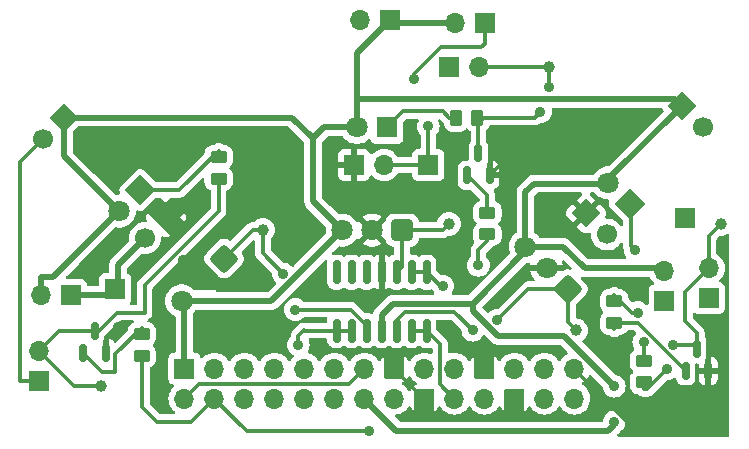
<source format=gbr>
%TF.GenerationSoftware,KiCad,Pcbnew,8.0.0*%
%TF.CreationDate,2024-03-24T14:56:25+02:00*%
%TF.ProjectId,sensor,73656e73-6f72-42e6-9b69-6361645f7063,rev?*%
%TF.SameCoordinates,Original*%
%TF.FileFunction,Copper,L1,Top*%
%TF.FilePolarity,Positive*%
%FSLAX46Y46*%
G04 Gerber Fmt 4.6, Leading zero omitted, Abs format (unit mm)*
G04 Created by KiCad (PCBNEW 8.0.0) date 2024-03-24 14:56:25*
%MOMM*%
%LPD*%
G01*
G04 APERTURE LIST*
G04 Aperture macros list*
%AMRoundRect*
0 Rectangle with rounded corners*
0 $1 Rounding radius*
0 $2 $3 $4 $5 $6 $7 $8 $9 X,Y pos of 4 corners*
0 Add a 4 corners polygon primitive as box body*
4,1,4,$2,$3,$4,$5,$6,$7,$8,$9,$2,$3,0*
0 Add four circle primitives for the rounded corners*
1,1,$1+$1,$2,$3*
1,1,$1+$1,$4,$5*
1,1,$1+$1,$6,$7*
1,1,$1+$1,$8,$9*
0 Add four rect primitives between the rounded corners*
20,1,$1+$1,$2,$3,$4,$5,0*
20,1,$1+$1,$4,$5,$6,$7,0*
20,1,$1+$1,$6,$7,$8,$9,0*
20,1,$1+$1,$8,$9,$2,$3,0*%
%AMHorizOval*
0 Thick line with rounded ends*
0 $1 width*
0 $2 $3 position (X,Y) of the first rounded end (center of the circle)*
0 $4 $5 position (X,Y) of the second rounded end (center of the circle)*
0 Add line between two ends*
20,1,$1,$2,$3,$4,$5,0*
0 Add two circle primitives to create the rounded ends*
1,1,$1,$2,$3*
1,1,$1,$4,$5*%
%AMRotRect*
0 Rectangle, with rotation*
0 The origin of the aperture is its center*
0 $1 length*
0 $2 width*
0 $3 Rotation angle, in degrees counterclockwise*
0 Add horizontal line*
21,1,$1,$2,0,0,$3*%
G04 Aperture macros list end*
%TA.AperFunction,SMDPad,CuDef*%
%ADD10RoundRect,0.250000X-0.450000X0.262500X-0.450000X-0.262500X0.450000X-0.262500X0.450000X0.262500X0*%
%TD*%
%TA.AperFunction,ComponentPad*%
%ADD11R,1.700000X1.700000*%
%TD*%
%TA.AperFunction,ComponentPad*%
%ADD12O,1.700000X1.700000*%
%TD*%
%TA.AperFunction,ComponentPad*%
%ADD13RotRect,1.700000X1.700000X315.000000*%
%TD*%
%TA.AperFunction,ComponentPad*%
%ADD14HorizOval,1.700000X0.000000X0.000000X0.000000X0.000000X0*%
%TD*%
%TA.AperFunction,ComponentPad*%
%ADD15RoundRect,0.250200X0.649800X0.649800X-0.649800X0.649800X-0.649800X-0.649800X0.649800X-0.649800X0*%
%TD*%
%TA.AperFunction,ComponentPad*%
%ADD16C,1.800000*%
%TD*%
%TA.AperFunction,ComponentPad*%
%ADD17RotRect,1.800000X1.800000X135.000000*%
%TD*%
%TA.AperFunction,ComponentPad*%
%ADD18RotRect,1.700000X1.700000X45.000000*%
%TD*%
%TA.AperFunction,ComponentPad*%
%ADD19HorizOval,1.700000X0.000000X0.000000X0.000000X0.000000X0*%
%TD*%
%TA.AperFunction,ComponentPad*%
%ADD20RoundRect,0.250200X0.000000X0.918956X-0.918956X0.000000X0.000000X-0.918956X0.918956X0.000000X0*%
%TD*%
%TA.AperFunction,SMDPad,CuDef*%
%ADD21C,1.000000*%
%TD*%
%TA.AperFunction,SMDPad,CuDef*%
%ADD22RoundRect,0.250000X0.450000X-0.262500X0.450000X0.262500X-0.450000X0.262500X-0.450000X-0.262500X0*%
%TD*%
%TA.AperFunction,SMDPad,CuDef*%
%ADD23RoundRect,0.150000X0.150000X-0.587500X0.150000X0.587500X-0.150000X0.587500X-0.150000X-0.587500X0*%
%TD*%
%TA.AperFunction,SMDPad,CuDef*%
%ADD24RoundRect,0.250000X0.262500X0.450000X-0.262500X0.450000X-0.262500X-0.450000X0.262500X-0.450000X0*%
%TD*%
%TA.AperFunction,SMDPad,CuDef*%
%ADD25RoundRect,0.150000X0.150000X-0.825000X0.150000X0.825000X-0.150000X0.825000X-0.150000X-0.825000X0*%
%TD*%
%TA.AperFunction,ComponentPad*%
%ADD26RotRect,1.800000X1.800000X225.000000*%
%TD*%
%TA.AperFunction,ComponentPad*%
%ADD27R,1.800000X1.800000*%
%TD*%
%TA.AperFunction,ComponentPad*%
%ADD28RoundRect,0.250200X0.918956X0.000000X0.000000X0.918956X-0.918956X0.000000X0.000000X-0.918956X0*%
%TD*%
%TA.AperFunction,ViaPad*%
%ADD29C,0.900000*%
%TD*%
%TA.AperFunction,Conductor*%
%ADD30C,0.300000*%
%TD*%
%TA.AperFunction,Conductor*%
%ADD31C,0.500000*%
%TD*%
%TA.AperFunction,Conductor*%
%ADD32C,0.700000*%
%TD*%
G04 APERTURE END LIST*
D10*
%TO.P,R4,1*%
%TO.N,Net-(Q3-B)*%
X149250000Y-93050000D03*
%TO.P,R4,2*%
%TO.N,/PE15*%
X149250000Y-94875000D03*
%TD*%
D11*
%TO.P,J9,1,Pin_1*%
%TO.N,Net-(J8-Pin_2)*%
X168000000Y-100275000D03*
D12*
%TO.P,J9,2,Pin_2*%
%TO.N,Net-(J9-Pin_2)*%
X168000000Y-97735000D03*
%TD*%
D13*
%TO.P,J5,1,Pin_1*%
%TO.N,GND*%
X122051562Y-93398437D03*
D14*
%TO.P,J5,2,Pin_2*%
%TO.N,Net-(J5-Pin_2)*%
X120255511Y-95194488D03*
%TD*%
D11*
%TO.P,J15,1,Pin_1*%
%TO.N,Net-(J13-Pin_2)*%
X144250000Y-89000000D03*
%TD*%
D13*
%TO.P,J1,1,Pin_1*%
%TO.N,/3V3*%
X113401562Y-84992926D03*
D14*
%TO.P,J1,2,Pin_2*%
%TO.N,Net-(J1-Pin_2)*%
X111605511Y-86788977D03*
%TD*%
D15*
%TO.P,U4,1,OUT*%
%TO.N,Net-(U1C-+)*%
X142040000Y-94525000D03*
D16*
%TO.P,U4,2,GND*%
%TO.N,GND*%
X139500000Y-94525000D03*
%TO.P,U4,3,Vs*%
%TO.N,/3V3*%
X136960000Y-94525000D03*
%TD*%
D17*
%TO.P,D1,1,K*%
%TO.N,Net-(D1-K)*%
X161296051Y-92320153D03*
D16*
%TO.P,D1,2,A*%
%TO.N,/3V3*%
X159500000Y-90524102D03*
%TD*%
D11*
%TO.P,J2,1,Pin_1*%
%TO.N,Net-(J1-Pin_2)*%
X111275000Y-107275000D03*
D12*
%TO.P,J2,2,Pin_2*%
%TO.N,Net-(J2-Pin_2)*%
X111275000Y-104735000D03*
%TD*%
D18*
%TO.P,J12,1,Pin_1*%
%TO.N,GND*%
X157598439Y-93098437D03*
D19*
%TO.P,J12,2,Pin_2*%
%TO.N,Net-(J12-Pin_2)*%
X159394490Y-94894488D03*
%TD*%
D20*
%TO.P,U2,1,OUT*%
%TO.N,Net-(U1A-+)*%
X126960836Y-96928734D03*
D16*
%TO.P,U2,2,GND*%
%TO.N,GND*%
X125164785Y-98724785D03*
%TO.P,U2,3,Vs*%
%TO.N,/3V3*%
X123368734Y-100520836D03*
%TD*%
D21*
%TO.P,TP1,1,1*%
%TO.N,Net-(J2-Pin_2)*%
X116500000Y-107750000D03*
%TD*%
%TO.P,TP6,1,1*%
%TO.N,Net-(U1C-+)*%
X146000000Y-94000000D03*
%TD*%
D22*
%TO.P,R3,1*%
%TO.N,Net-(Q2-B)*%
X160000000Y-102375000D03*
%TO.P,R3,2*%
%TO.N,/PE15*%
X160000000Y-100550000D03*
%TD*%
D11*
%TO.P,J3,1,Pin_1*%
%TO.N,/3V3*%
X123600000Y-106250000D03*
D12*
%TO.P,J3,2,Pin_2*%
%TO.N,/BATT*%
X123600000Y-108790000D03*
%TO.P,J3,3,Pin_3*%
%TO.N,/RESV2*%
X126140000Y-106250000D03*
%TO.P,J3,4,Pin_4*%
%TO.N,/PE15*%
X126140000Y-108790000D03*
%TO.P,J3,5,Pin_5*%
%TO.N,/PE14*%
X128680000Y-106250000D03*
%TO.P,J3,6,Pin_6*%
%TO.N,/PA13*%
X128680000Y-108790000D03*
%TO.P,J3,7,Pin_7*%
%TO.N,/PE12*%
X131220000Y-106250000D03*
%TO.P,J3,8,Pin_8*%
%TO.N,/PE11*%
X131220000Y-108790000D03*
%TO.P,J3,9,Pin_9*%
%TO.N,/PA10*%
X133760000Y-106250000D03*
%TO.P,J3,10,Pin_10*%
%TO.N,/PE9*%
X133760000Y-108790000D03*
%TO.P,J3,11,Pin_11*%
%TO.N,/PE8*%
X136300000Y-106250000D03*
%TO.P,J3,12,Pin_12*%
%TO.N,/RESV1*%
X136300000Y-108790000D03*
%TO.P,J3,13,Pin_13*%
%TO.N,/BATT*%
X138840000Y-106250000D03*
%TO.P,J3,14,Pin_14*%
%TO.N,/3V3*%
X138840000Y-108790000D03*
%TO.P,J3,15,Pin_15*%
%TO.N,GND*%
X141380000Y-106250000D03*
%TO.P,J3,16,Pin_16*%
%TO.N,/AB0*%
X141380000Y-108790000D03*
%TO.P,J3,17,Pin_17*%
%TO.N,/PC5*%
X143920000Y-106250000D03*
%TO.P,J3,18,Pin_18*%
%TO.N,GND*%
X143920000Y-108790000D03*
%TO.P,J3,19,Pin_19*%
%TO.N,/PC4*%
X146460000Y-106250000D03*
%TO.P,J3,20,Pin_20*%
%TO.N,/PA7*%
X146460000Y-108790000D03*
%TO.P,J3,21,Pin_21*%
%TO.N,GND*%
X149000000Y-106250000D03*
%TO.P,J3,22,Pin_22*%
%TO.N,/PA6*%
X149000000Y-108790000D03*
%TO.P,J3,23,Pin_23*%
%TO.N,/PA5*%
X151540000Y-106250000D03*
%TO.P,J3,24,Pin_24*%
%TO.N,GND*%
X151540000Y-108790000D03*
%TO.P,J3,25,Pin_25*%
%TO.N,/PA4*%
X154080000Y-106250000D03*
%TO.P,J3,26,Pin_26*%
%TO.N,/PA3*%
X154080000Y-108790000D03*
%TO.P,J3,27,Pin_27*%
%TO.N,GND*%
X156620000Y-106250000D03*
%TO.P,J3,28,Pin_28*%
%TO.N,/RESV3*%
X156620000Y-108790000D03*
%TD*%
D21*
%TO.P,TP3,1,1*%
%TO.N,Net-(J9-Pin_2)*%
X169000000Y-94000000D03*
%TD*%
D22*
%TO.P,R5,1*%
%TO.N,Net-(J9-Pin_2)*%
X162500000Y-107412500D03*
%TO.P,R5,2*%
%TO.N,Net-(D1-K)*%
X162500000Y-105587500D03*
%TD*%
D11*
%TO.P,J11,1,Pin_1*%
%TO.N,Net-(J10-Pin_2)*%
X145975000Y-80750000D03*
D12*
%TO.P,J11,2,Pin_2*%
%TO.N,Net-(J11-Pin_2)*%
X148515000Y-80750000D03*
%TD*%
D10*
%TO.P,R1,1*%
%TO.N,Net-(Q1-B)*%
X120000000Y-103337500D03*
%TO.P,R1,2*%
%TO.N,/PE15*%
X120000000Y-105162500D03*
%TD*%
D21*
%TO.P,TP5,1,1*%
%TO.N,Net-(U1B-+)*%
X156750000Y-103000000D03*
%TD*%
D23*
%TO.P,Q1,1,B*%
%TO.N,Net-(Q1-B)*%
X115050000Y-104937500D03*
%TO.P,Q1,2,E*%
%TO.N,GND*%
X116950000Y-104937500D03*
%TO.P,Q1,3,C*%
%TO.N,Net-(J2-Pin_2)*%
X116000000Y-103062500D03*
%TD*%
D21*
%TO.P,TP4,1,1*%
%TO.N,Net-(J11-Pin_2)*%
X154500000Y-80750000D03*
%TD*%
D23*
%TO.P,Q2,1,B*%
%TO.N,Net-(Q2-B)*%
X166050000Y-106437500D03*
%TO.P,Q2,2,E*%
%TO.N,GND*%
X167950000Y-106437500D03*
%TO.P,Q2,3,C*%
%TO.N,Net-(J9-Pin_2)*%
X167000000Y-104562500D03*
%TD*%
D11*
%TO.P,J13,1,Pin_1*%
%TO.N,GND*%
X137975000Y-89000000D03*
D12*
%TO.P,J13,2,Pin_2*%
%TO.N,Net-(J13-Pin_2)*%
X140515000Y-89000000D03*
%TD*%
D23*
%TO.P,Q3,1,B*%
%TO.N,Net-(Q3-B)*%
X147550000Y-89875000D03*
%TO.P,Q3,2,E*%
%TO.N,GND*%
X149450000Y-89875000D03*
%TO.P,Q3,3,C*%
%TO.N,Net-(J11-Pin_2)*%
X148500000Y-88000000D03*
%TD*%
D18*
%TO.P,J8,1,Pin_1*%
%TO.N,/3V3*%
X165725000Y-84000000D03*
D19*
%TO.P,J8,2,Pin_2*%
%TO.N,Net-(J8-Pin_2)*%
X167521051Y-85796051D03*
%TD*%
D11*
%TO.P,J10,1,Pin_1*%
%TO.N,/3V3*%
X141025000Y-76750000D03*
D12*
%TO.P,J10,2,Pin_2*%
%TO.N,Net-(J10-Pin_2)*%
X138485000Y-76750000D03*
%TD*%
D11*
%TO.P,J7,1,Pin_1*%
%TO.N,Net-(J5-Pin_2)*%
X114010000Y-100000000D03*
D12*
%TO.P,J7,2,Pin_2*%
%TO.N,/3V3*%
X111470000Y-100000000D03*
%TD*%
D11*
%TO.P,J14,1,Pin_1*%
%TO.N,Net-(J12-Pin_2)*%
X166000000Y-93500000D03*
%TD*%
D24*
%TO.P,R6,1*%
%TO.N,Net-(J11-Pin_2)*%
X148412500Y-85000000D03*
%TO.P,R6,2*%
%TO.N,Net-(D3-K)*%
X146587500Y-85000000D03*
%TD*%
D25*
%TO.P,U1,1*%
%TO.N,/PC4*%
X136492500Y-103032500D03*
%TO.P,U1,2,-*%
X137762500Y-103032500D03*
%TO.P,U1,3,+*%
%TO.N,Net-(U1A-+)*%
X139032500Y-103032500D03*
%TO.P,U1,4,V+*%
%TO.N,/3V3*%
X140302500Y-103032500D03*
%TO.P,U1,5,+*%
%TO.N,Net-(U1B-+)*%
X141572500Y-103032500D03*
%TO.P,U1,6,-*%
%TO.N,/PA7*%
X142842500Y-103032500D03*
%TO.P,U1,7*%
X144112500Y-103032500D03*
%TO.P,U1,8*%
%TO.N,/PA6*%
X144112500Y-98082500D03*
%TO.P,U1,9,-*%
X142842500Y-98082500D03*
%TO.P,U1,10,+*%
%TO.N,Net-(U1C-+)*%
X141572500Y-98082500D03*
%TO.P,U1,11,V-*%
%TO.N,GND*%
X140302500Y-98082500D03*
%TO.P,U1,12,+*%
%TO.N,unconnected-(U1D-+-Pad12)*%
X139032500Y-98082500D03*
%TO.P,U1,13,-*%
%TO.N,unconnected-(U1D---Pad13)*%
X137762500Y-98082500D03*
%TO.P,U1,14*%
%TO.N,unconnected-(U1-Pad14)*%
X136492500Y-98082500D03*
%TD*%
D26*
%TO.P,D2,1,K*%
%TO.N,Net-(D2-K)*%
X119881460Y-91113693D03*
D16*
%TO.P,D2,2,A*%
%TO.N,/3V3*%
X118085409Y-92909744D03*
%TD*%
D21*
%TO.P,TP2,1,1*%
%TO.N,Net-(U1A-+)*%
X130250000Y-94500000D03*
%TD*%
D11*
%TO.P,J6,1,Pin_1*%
%TO.N,Net-(J5-Pin_2)*%
X117750000Y-99500000D03*
%TD*%
D27*
%TO.P,D3,1,K*%
%TO.N,Net-(D3-K)*%
X140750000Y-85825000D03*
D16*
%TO.P,D3,2,A*%
%TO.N,/3V3*%
X138210000Y-85825000D03*
%TD*%
D28*
%TO.P,U3,1,OUT*%
%TO.N,Net-(U1B-+)*%
X156071267Y-99520836D03*
D16*
%TO.P,U3,2,GND*%
%TO.N,GND*%
X154275216Y-97724785D03*
%TO.P,U3,3,Vs*%
%TO.N,/3V3*%
X152479165Y-95928734D03*
%TD*%
D11*
%TO.P,J16,1,Pin_1*%
%TO.N,Net-(J12-Pin_2)*%
X164250000Y-100500000D03*
D12*
%TO.P,J16,2,Pin_2*%
%TO.N,/3V3*%
X164250000Y-97960000D03*
%TD*%
D11*
%TO.P,J17,1,Pin_1*%
%TO.N,Net-(J13-Pin_2)*%
X149025000Y-77000000D03*
D12*
%TO.P,J17,2,Pin_2*%
%TO.N,/3V3*%
X146485000Y-77000000D03*
%TD*%
D22*
%TO.P,R2,1*%
%TO.N,Net-(J2-Pin_2)*%
X126500000Y-90162500D03*
%TO.P,R2,2*%
%TO.N,Net-(D2-K)*%
X126500000Y-88337500D03*
%TD*%
D29*
%TO.N,Net-(D1-K)*%
X162490564Y-104009436D03*
X161750000Y-96250000D03*
%TO.N,/3V3*%
X160000000Y-107750000D03*
X159994314Y-110755686D03*
%TO.N,GND*%
X123515686Y-97015686D03*
X152750000Y-88250000D03*
X118000000Y-102750000D03*
%TO.N,Net-(J9-Pin_2)*%
X164500000Y-106250000D03*
X165000000Y-104250000D03*
%TO.N,/PC4*%
X133250000Y-104250000D03*
%TO.N,/PA6*%
X145500000Y-99250000D03*
%TO.N,Net-(J11-Pin_2)*%
X153750000Y-84500000D03*
X154500000Y-82398959D03*
%TO.N,/PE15*%
X148500000Y-97500000D03*
X139250000Y-111550000D03*
X162000000Y-101500000D03*
%TO.N,Net-(J13-Pin_2)*%
X144250000Y-85750000D03*
X143000000Y-81750000D03*
%TO.N,Net-(U1A-+)*%
X131981103Y-98231103D03*
X133000000Y-101250000D03*
%TO.N,Net-(U1B-+)*%
X150082107Y-102167893D03*
X148000000Y-103000000D03*
%TD*%
D30*
%TO.N,Net-(D1-K)*%
X161750000Y-96250000D02*
X161386307Y-95886307D01*
X162500000Y-105037500D02*
X162500000Y-104018872D01*
X161386307Y-95886307D02*
X161386307Y-92381460D01*
X162500000Y-104018872D02*
X162490564Y-104009436D01*
D31*
%TO.N,/3V3*%
X157485000Y-97735000D02*
X164000000Y-97735000D01*
X111470000Y-98530000D02*
X111470000Y-100000000D01*
X141550000Y-111500000D02*
X158750000Y-111500000D01*
X140302500Y-101697500D02*
X140302500Y-103032500D01*
X155678734Y-95928734D02*
X157485000Y-97735000D01*
X132742926Y-84992926D02*
X134500000Y-86750000D01*
X134500000Y-92065000D02*
X134500000Y-86750000D01*
X135425000Y-85825000D02*
X138210000Y-85825000D01*
X148000000Y-100750000D02*
X147250000Y-100750000D01*
X138311041Y-83398959D02*
X138210000Y-83500000D01*
X153164591Y-90585409D02*
X159590256Y-90585409D01*
X130964164Y-100520836D02*
X136960000Y-94525000D01*
X123600000Y-106250000D02*
X123600000Y-100752102D01*
X114000000Y-97000000D02*
X112500000Y-98500000D01*
X138840000Y-108790000D02*
X141550000Y-111500000D01*
X159590256Y-90134744D02*
X159590256Y-90585409D01*
X141275000Y-77000000D02*
X141025000Y-76750000D01*
X138210000Y-85825000D02*
X138210000Y-83500000D01*
X165123959Y-83398959D02*
X138311041Y-83398959D01*
X148000000Y-101358579D02*
X148000000Y-100750000D01*
X138210000Y-83500000D02*
X138210000Y-79565000D01*
X165725000Y-84000000D02*
X165123959Y-83398959D01*
X146485000Y-77000000D02*
X141275000Y-77000000D01*
X152479165Y-96270835D02*
X148000000Y-100750000D01*
X152479165Y-91270835D02*
X153164591Y-90585409D01*
X111500000Y-98500000D02*
X111470000Y-98530000D01*
X155735786Y-103485786D02*
X150127207Y-103485786D01*
X158750000Y-111500000D02*
X159250000Y-111500000D01*
X134500000Y-86750000D02*
X135425000Y-85825000D01*
X114000000Y-96945153D02*
X114000000Y-97000000D01*
X118035409Y-92909744D02*
X114000000Y-96945153D01*
X123600000Y-100752102D02*
X123368734Y-100520836D01*
X141250000Y-100750000D02*
X140302500Y-101697500D01*
X147250000Y-100750000D02*
X141250000Y-100750000D01*
X112500000Y-98500000D02*
X111500000Y-98500000D01*
X159994314Y-111005686D02*
X159994314Y-110755686D01*
X165725000Y-84000000D02*
X159590256Y-90134744D01*
X136960000Y-94525000D02*
X134500000Y-92065000D01*
X152479165Y-95928734D02*
X152479165Y-91270835D01*
X113401562Y-84992926D02*
X113401562Y-88275897D01*
X159250000Y-111500000D02*
X159500000Y-111500000D01*
X152479165Y-95928734D02*
X155678734Y-95928734D01*
X113401562Y-88275897D02*
X118035409Y-92909744D01*
X113401562Y-84992926D02*
X132742926Y-84992926D01*
X152479165Y-95928734D02*
X152479165Y-96270835D01*
X150127207Y-103485786D02*
X148000000Y-101358579D01*
X159500000Y-111500000D02*
X159994314Y-111005686D01*
X138210000Y-79565000D02*
X141025000Y-76750000D01*
X160000000Y-107750000D02*
X155735786Y-103485786D01*
X123368734Y-100520836D02*
X130964164Y-100520836D01*
D30*
%TO.N,Net-(D3-K)*%
X145475000Y-84437500D02*
X146037500Y-85000000D01*
X140750000Y-85825000D02*
X142137500Y-84437500D01*
X142137500Y-84437500D02*
X145475000Y-84437500D01*
%TO.N,Net-(Q1-B)*%
X117750000Y-106500000D02*
X117750000Y-105037500D01*
X115050000Y-104937500D02*
X116612500Y-106500000D01*
X117750000Y-105037500D02*
X120000000Y-102787500D01*
X116612500Y-106500000D02*
X117750000Y-106500000D01*
%TO.N,GND*%
X116950000Y-103800000D02*
X118000000Y-102750000D01*
X149450000Y-89875000D02*
X151075000Y-88250000D01*
X167950000Y-106437500D02*
X167950000Y-109300000D01*
X116950000Y-104937500D02*
X116950000Y-103800000D01*
X125164785Y-98664785D02*
X123515686Y-97015686D01*
X166250000Y-111000000D02*
X161370000Y-111000000D01*
X167950000Y-109300000D02*
X166250000Y-111000000D01*
X141380000Y-106250000D02*
X143920000Y-108790000D01*
X125164785Y-98724785D02*
X125164785Y-98664785D01*
X161370000Y-111000000D02*
X156620000Y-106250000D01*
X151075000Y-88250000D02*
X152750000Y-88250000D01*
%TO.N,Net-(Q2-B)*%
X160562500Y-102362500D02*
X161975000Y-102362500D01*
X161975000Y-102362500D02*
X166050000Y-106437500D01*
X160000000Y-102925000D02*
X160562500Y-102362500D01*
%TO.N,Net-(J9-Pin_2)*%
X167000000Y-103250000D02*
X167000000Y-104562500D01*
X166000000Y-102250000D02*
X167000000Y-103250000D01*
X162787500Y-107962500D02*
X164500000Y-106250000D01*
X165000000Y-104250000D02*
X166687500Y-104250000D01*
X162500000Y-107962500D02*
X162787500Y-107962500D01*
X168000000Y-97735000D02*
X168000000Y-95000000D01*
X166687500Y-104250000D02*
X167000000Y-104562500D01*
X168000000Y-95000000D02*
X169000000Y-94000000D01*
X168000000Y-97735000D02*
X166000000Y-99735000D01*
X166000000Y-99735000D02*
X166000000Y-102250000D01*
%TO.N,Net-(Q3-B)*%
X149250000Y-91575000D02*
X147550000Y-89875000D01*
X149250000Y-92500000D02*
X149250000Y-91575000D01*
%TO.N,/PA7*%
X144112500Y-103032500D02*
X145260000Y-104180000D01*
X142842500Y-103032500D02*
X144112500Y-103032500D01*
X145260000Y-107590000D02*
X146460000Y-108790000D01*
X145260000Y-104180000D02*
X145260000Y-107590000D01*
%TO.N,/PC4*%
X136492500Y-103032500D02*
X133782500Y-103032500D01*
X137762500Y-103032500D02*
X136492500Y-103032500D01*
X133250000Y-103500000D02*
X133250000Y-104250000D01*
X133782500Y-103032500D02*
X133750000Y-103000000D01*
X133750000Y-103000000D02*
X133250000Y-103500000D01*
%TO.N,/PA6*%
X142842500Y-98082500D02*
X144112500Y-98082500D01*
X145500000Y-99250000D02*
X145280000Y-99250000D01*
X145280000Y-99250000D02*
X144112500Y-98082500D01*
%TO.N,Net-(J1-Pin_2)*%
X109650000Y-88744488D02*
X111605511Y-86788977D01*
X109675000Y-107275000D02*
X109650000Y-107250000D01*
X111275000Y-107275000D02*
X109675000Y-107275000D01*
X109650000Y-107250000D02*
X109650000Y-88744488D01*
%TO.N,Net-(J2-Pin_2)*%
X116337500Y-103062500D02*
X116000000Y-103062500D01*
X120250000Y-99150000D02*
X126500000Y-92900000D01*
X112947500Y-103062500D02*
X111275000Y-104735000D01*
X126500000Y-90712500D02*
X126500000Y-92900000D01*
X117900000Y-101500000D02*
X120250000Y-101500000D01*
X120250000Y-101500000D02*
X120250000Y-99150000D01*
X116337500Y-103062500D02*
X117900000Y-101500000D01*
X116500000Y-107750000D02*
X114290000Y-107750000D01*
X114290000Y-107750000D02*
X111275000Y-104735000D01*
X116000000Y-103062500D02*
X112947500Y-103062500D01*
%TO.N,Net-(J11-Pin_2)*%
X148500000Y-88000000D02*
X148500000Y-85462500D01*
X154500000Y-80750000D02*
X154500000Y-82398959D01*
X148500000Y-85462500D02*
X148962500Y-85000000D01*
X148515000Y-80750000D02*
X154500000Y-80750000D01*
X153250000Y-85000000D02*
X148962500Y-85000000D01*
X153750000Y-84500000D02*
X153250000Y-85000000D01*
%TO.N,/BATT*%
X123600000Y-108790000D02*
X124800000Y-107590000D01*
X137500000Y-107590000D02*
X138840000Y-106250000D01*
X124800000Y-107590000D02*
X137500000Y-107590000D01*
%TO.N,/PE15*%
X161500000Y-101500000D02*
X160000000Y-100000000D01*
X121250000Y-110750000D02*
X124180000Y-110750000D01*
X126140000Y-108790000D02*
X128900000Y-111550000D01*
X149250000Y-95425000D02*
X148500000Y-96175000D01*
X162000000Y-101500000D02*
X161500000Y-101500000D01*
X120000000Y-105712500D02*
X120000000Y-109500000D01*
X128900000Y-111550000D02*
X139250000Y-111550000D01*
X124180000Y-110750000D02*
X126140000Y-108790000D01*
X120000000Y-109500000D02*
X121250000Y-110750000D01*
X148500000Y-96175000D02*
X148500000Y-97500000D01*
D31*
%TO.N,Net-(J5-Pin_2)*%
X114010000Y-100000000D02*
X117000000Y-100000000D01*
X118000000Y-99000000D02*
X118000000Y-97449999D01*
X118000000Y-97449999D02*
X120255511Y-95194488D01*
X117000000Y-100000000D02*
X118000000Y-99000000D01*
D32*
%TO.N,Net-(J10-Pin_2)*%
X138210000Y-77015000D02*
X138475000Y-76750000D01*
D30*
%TO.N,Net-(J13-Pin_2)*%
X148750000Y-79000000D02*
X149025000Y-78725000D01*
X144250000Y-89000000D02*
X140515000Y-89000000D01*
X149025000Y-78725000D02*
X149025000Y-77000000D01*
X145325000Y-79000000D02*
X148750000Y-79000000D01*
X143000000Y-81750000D02*
X143000000Y-81325000D01*
X143000000Y-81325000D02*
X145325000Y-79000000D01*
X144250000Y-89000000D02*
X144250000Y-85648959D01*
%TO.N,Net-(U1A-+)*%
X130250000Y-94500000D02*
X130250000Y-96500000D01*
X139032500Y-102616238D02*
X139032500Y-103032500D01*
X129389570Y-94500000D02*
X130250000Y-94500000D01*
X137666262Y-101250000D02*
X139032500Y-102616238D01*
X133000000Y-101250000D02*
X137666262Y-101250000D01*
X130250000Y-96500000D02*
X131981103Y-98231103D01*
X126960836Y-96928734D02*
X129389570Y-94500000D01*
%TO.N,Net-(U1B-+)*%
X156071267Y-99520836D02*
X152729164Y-99520836D01*
X156071267Y-99520836D02*
X156071267Y-102321267D01*
X141572500Y-102127500D02*
X141572500Y-103032500D01*
X156071267Y-102321267D02*
X156750000Y-103000000D01*
X152729164Y-99520836D02*
X150082107Y-102167893D01*
X142250000Y-101450000D02*
X141572500Y-102127500D01*
X148000000Y-103000000D02*
X146450000Y-101450000D01*
X146450000Y-101450000D02*
X142250000Y-101450000D01*
%TO.N,Net-(U1C-+)*%
X142040000Y-94525000D02*
X145475000Y-94525000D01*
X142040000Y-97615000D02*
X141572500Y-98082500D01*
X145475000Y-94525000D02*
X146000000Y-94000000D01*
X142040000Y-94525000D02*
X142040000Y-97615000D01*
%TO.N,Net-(D2-K)*%
X119831460Y-91113693D02*
X123173807Y-91113693D01*
X123173807Y-91113693D02*
X126500000Y-87787500D01*
%TD*%
%TA.AperFunction,Conductor*%
%TO.N,GND*%
G36*
X169690653Y-94834797D02*
G01*
X169737350Y-94886770D01*
X169749500Y-94940301D01*
X169749500Y-111875500D01*
X169729815Y-111942539D01*
X169677011Y-111988294D01*
X169625500Y-111999500D01*
X160361229Y-111999500D01*
X160294190Y-111979815D01*
X160248435Y-111927011D01*
X160238491Y-111857853D01*
X160267516Y-111794297D01*
X160273533Y-111787833D01*
X160483162Y-111578203D01*
X160512385Y-111556531D01*
X160524939Y-111549822D01*
X160669671Y-111431043D01*
X160788450Y-111286311D01*
X160876710Y-111121187D01*
X160931061Y-110942017D01*
X160949413Y-110755686D01*
X160931061Y-110569355D01*
X160876710Y-110390185D01*
X160876709Y-110390183D01*
X160788451Y-110225062D01*
X160788449Y-110225059D01*
X160669671Y-110080328D01*
X160524940Y-109961550D01*
X160524937Y-109961548D01*
X160359816Y-109873290D01*
X160180647Y-109818939D01*
X160180645Y-109818938D01*
X159994314Y-109800587D01*
X159807982Y-109818938D01*
X159807980Y-109818939D01*
X159628811Y-109873290D01*
X159463690Y-109961548D01*
X159463687Y-109961550D01*
X159318956Y-110080328D01*
X159200178Y-110225059D01*
X159200176Y-110225062D01*
X159111918Y-110390183D01*
X159057567Y-110569352D01*
X159057566Y-110569354D01*
X159050840Y-110637654D01*
X159024679Y-110702441D01*
X158967645Y-110742800D01*
X158927437Y-110749500D01*
X141912230Y-110749500D01*
X141845191Y-110729815D01*
X141824549Y-110713181D01*
X141454952Y-110343584D01*
X141421467Y-110282261D01*
X141426451Y-110212569D01*
X141468323Y-110156636D01*
X141531823Y-110132375D01*
X141615408Y-110125063D01*
X141843663Y-110063903D01*
X142057830Y-109964035D01*
X142251401Y-109828495D01*
X142418495Y-109661401D01*
X142548730Y-109475405D01*
X142603307Y-109431781D01*
X142672805Y-109424587D01*
X142735160Y-109456110D01*
X142751879Y-109475405D01*
X142881890Y-109661078D01*
X143048921Y-109828109D01*
X143070000Y-109842868D01*
X143070000Y-108855826D01*
X143420000Y-108855826D01*
X143454075Y-108982993D01*
X143519901Y-109097007D01*
X143612993Y-109190099D01*
X143727007Y-109255925D01*
X143854174Y-109290000D01*
X143985826Y-109290000D01*
X144112993Y-109255925D01*
X144227007Y-109190099D01*
X144320099Y-109097007D01*
X144385925Y-108982993D01*
X144420000Y-108855826D01*
X144420000Y-108724174D01*
X144385925Y-108597007D01*
X144320099Y-108482993D01*
X144227007Y-108389901D01*
X144112993Y-108324075D01*
X143985826Y-108290000D01*
X143854174Y-108290000D01*
X143727007Y-108324075D01*
X143612993Y-108389901D01*
X143519901Y-108482993D01*
X143454075Y-108597007D01*
X143420000Y-108724174D01*
X143420000Y-108855826D01*
X143070000Y-108855826D01*
X143070000Y-108064000D01*
X143089685Y-107996961D01*
X143142489Y-107951206D01*
X143194000Y-107940000D01*
X144645234Y-107940000D01*
X144712273Y-107959685D01*
X144748350Y-107995131D01*
X144749119Y-107996282D01*
X144769981Y-108062964D01*
X144770000Y-108065147D01*
X144770000Y-109842868D01*
X144791078Y-109828109D01*
X144958105Y-109661082D01*
X145088119Y-109475405D01*
X145142696Y-109431781D01*
X145212195Y-109424588D01*
X145274549Y-109456110D01*
X145291269Y-109475405D01*
X145421505Y-109661401D01*
X145588599Y-109828495D01*
X145609126Y-109842868D01*
X145782165Y-109964032D01*
X145782167Y-109964033D01*
X145782170Y-109964035D01*
X145996337Y-110063903D01*
X146224592Y-110125063D01*
X146412918Y-110141539D01*
X146459999Y-110145659D01*
X146460000Y-110145659D01*
X146460001Y-110145659D01*
X146499234Y-110142226D01*
X146695408Y-110125063D01*
X146923663Y-110063903D01*
X147137830Y-109964035D01*
X147331401Y-109828495D01*
X147498495Y-109661401D01*
X147628425Y-109475842D01*
X147683002Y-109432217D01*
X147752500Y-109425023D01*
X147814855Y-109456546D01*
X147831575Y-109475842D01*
X147961500Y-109661395D01*
X147961505Y-109661401D01*
X148128599Y-109828495D01*
X148149126Y-109842868D01*
X148322165Y-109964032D01*
X148322167Y-109964033D01*
X148322170Y-109964035D01*
X148536337Y-110063903D01*
X148764592Y-110125063D01*
X148952918Y-110141539D01*
X148999999Y-110145659D01*
X149000000Y-110145659D01*
X149000001Y-110145659D01*
X149039234Y-110142226D01*
X149235408Y-110125063D01*
X149463663Y-110063903D01*
X149677830Y-109964035D01*
X149871401Y-109828495D01*
X150038495Y-109661401D01*
X150168730Y-109475405D01*
X150223307Y-109431781D01*
X150292805Y-109424587D01*
X150355160Y-109456110D01*
X150371879Y-109475405D01*
X150501890Y-109661078D01*
X150668921Y-109828109D01*
X150690000Y-109842868D01*
X150690000Y-108855826D01*
X151040000Y-108855826D01*
X151074075Y-108982993D01*
X151139901Y-109097007D01*
X151232993Y-109190099D01*
X151347007Y-109255925D01*
X151474174Y-109290000D01*
X151605826Y-109290000D01*
X151732993Y-109255925D01*
X151847007Y-109190099D01*
X151940099Y-109097007D01*
X152005925Y-108982993D01*
X152040000Y-108855826D01*
X152040000Y-108724174D01*
X152005925Y-108597007D01*
X151940099Y-108482993D01*
X151847007Y-108389901D01*
X151732993Y-108324075D01*
X151605826Y-108290000D01*
X151474174Y-108290000D01*
X151347007Y-108324075D01*
X151232993Y-108389901D01*
X151139901Y-108482993D01*
X151074075Y-108597007D01*
X151040000Y-108724174D01*
X151040000Y-108855826D01*
X150690000Y-108855826D01*
X150690000Y-108064000D01*
X150709685Y-107996961D01*
X150762489Y-107951206D01*
X150814000Y-107940000D01*
X152266000Y-107940000D01*
X152333039Y-107959685D01*
X152378794Y-108012489D01*
X152390000Y-108064000D01*
X152390000Y-109842868D01*
X152411078Y-109828109D01*
X152578105Y-109661082D01*
X152708119Y-109475405D01*
X152762696Y-109431781D01*
X152832195Y-109424588D01*
X152894549Y-109456110D01*
X152911269Y-109475405D01*
X153041505Y-109661401D01*
X153208599Y-109828495D01*
X153229126Y-109842868D01*
X153402165Y-109964032D01*
X153402167Y-109964033D01*
X153402170Y-109964035D01*
X153616337Y-110063903D01*
X153844592Y-110125063D01*
X154032918Y-110141539D01*
X154079999Y-110145659D01*
X154080000Y-110145659D01*
X154080001Y-110145659D01*
X154119234Y-110142226D01*
X154315408Y-110125063D01*
X154543663Y-110063903D01*
X154757830Y-109964035D01*
X154951401Y-109828495D01*
X155118495Y-109661401D01*
X155248425Y-109475842D01*
X155303002Y-109432217D01*
X155372500Y-109425023D01*
X155434855Y-109456546D01*
X155451575Y-109475842D01*
X155581500Y-109661395D01*
X155581505Y-109661401D01*
X155748599Y-109828495D01*
X155769126Y-109842868D01*
X155942165Y-109964032D01*
X155942167Y-109964033D01*
X155942170Y-109964035D01*
X156156337Y-110063903D01*
X156384592Y-110125063D01*
X156572918Y-110141539D01*
X156619999Y-110145659D01*
X156620000Y-110145659D01*
X156620001Y-110145659D01*
X156659234Y-110142226D01*
X156855408Y-110125063D01*
X157083663Y-110063903D01*
X157297830Y-109964035D01*
X157491401Y-109828495D01*
X157658495Y-109661401D01*
X157794035Y-109467830D01*
X157893903Y-109253663D01*
X157955063Y-109025408D01*
X157975659Y-108790000D01*
X157955063Y-108554592D01*
X157902873Y-108359814D01*
X157893905Y-108326344D01*
X157893904Y-108326343D01*
X157893903Y-108326337D01*
X157794035Y-108112171D01*
X157788731Y-108104595D01*
X157658494Y-107918597D01*
X157491402Y-107751506D01*
X157491401Y-107751505D01*
X157312563Y-107626281D01*
X157305405Y-107621269D01*
X157261781Y-107566692D01*
X157254588Y-107497193D01*
X157286110Y-107434839D01*
X157305405Y-107418119D01*
X157491082Y-107288105D01*
X157658105Y-107121082D01*
X157793599Y-106927578D01*
X157821352Y-106868062D01*
X157867524Y-106815622D01*
X157934717Y-106796469D01*
X158001599Y-106816684D01*
X158021416Y-106832784D01*
X159025137Y-107836505D01*
X159058622Y-107897828D01*
X159060859Y-107912030D01*
X159063252Y-107936328D01*
X159063254Y-107936336D01*
X159117604Y-108115502D01*
X159205862Y-108280623D01*
X159205864Y-108280626D01*
X159324642Y-108425357D01*
X159469373Y-108544135D01*
X159469376Y-108544137D01*
X159621597Y-108625500D01*
X159634499Y-108632396D01*
X159787508Y-108678811D01*
X159813666Y-108686746D01*
X159813668Y-108686747D01*
X159830374Y-108688392D01*
X160000000Y-108705099D01*
X160186331Y-108686747D01*
X160365501Y-108632396D01*
X160530625Y-108544136D01*
X160675357Y-108425357D01*
X160794136Y-108280625D01*
X160882396Y-108115501D01*
X160936747Y-107936331D01*
X160955099Y-107750000D01*
X160936747Y-107563669D01*
X160882396Y-107384499D01*
X160872120Y-107365273D01*
X160794137Y-107219376D01*
X160794135Y-107219373D01*
X160675357Y-107074642D01*
X160530626Y-106955864D01*
X160530623Y-106955862D01*
X160365502Y-106867604D01*
X160186336Y-106813254D01*
X160186328Y-106813252D01*
X160162030Y-106810859D01*
X160097243Y-106784697D01*
X160086505Y-106775137D01*
X157316708Y-104005340D01*
X157283223Y-103944017D01*
X157288207Y-103874325D01*
X157325724Y-103821806D01*
X157460883Y-103710883D01*
X157507241Y-103654396D01*
X157585910Y-103558538D01*
X157647898Y-103442567D01*
X157678811Y-103384733D01*
X157678811Y-103384732D01*
X157678814Y-103384727D01*
X157736024Y-103196132D01*
X157755341Y-103000000D01*
X157736024Y-102803868D01*
X157678814Y-102615273D01*
X157678811Y-102615269D01*
X157678811Y-102615266D01*
X157585913Y-102441467D01*
X157585909Y-102441460D01*
X157460883Y-102289116D01*
X157308539Y-102164090D01*
X157308532Y-102164086D01*
X157134733Y-102071188D01*
X157134727Y-102071186D01*
X157001016Y-102030625D01*
X156946129Y-102013975D01*
X156833613Y-102002894D01*
X156768826Y-101976733D01*
X156728467Y-101919699D01*
X156721767Y-101879491D01*
X156721767Y-100902304D01*
X156741452Y-100835265D01*
X156758086Y-100814623D01*
X157556417Y-100016292D01*
X157556422Y-100016287D01*
X157621693Y-99936161D01*
X157700453Y-99779338D01*
X157739283Y-99615504D01*
X157740924Y-99608581D01*
X157740924Y-99433090D01*
X157700453Y-99262335D01*
X157700453Y-99262334D01*
X157621693Y-99105511D01*
X157556422Y-99025385D01*
X157556421Y-99025384D01*
X157556417Y-99025379D01*
X157207617Y-98676579D01*
X157174132Y-98615256D01*
X157179116Y-98545564D01*
X157220988Y-98489631D01*
X157286452Y-98465214D01*
X157319490Y-98467281D01*
X157411079Y-98485500D01*
X157411082Y-98485500D01*
X157411083Y-98485500D01*
X157558917Y-98485500D01*
X162925935Y-98485500D01*
X162992974Y-98505185D01*
X163038317Y-98557095D01*
X163075964Y-98637829D01*
X163075965Y-98637831D01*
X163159115Y-98756580D01*
X163211501Y-98831396D01*
X163211506Y-98831402D01*
X163333430Y-98953326D01*
X163366915Y-99014649D01*
X163361931Y-99084341D01*
X163320059Y-99140274D01*
X163289083Y-99157189D01*
X163157669Y-99206203D01*
X163157664Y-99206206D01*
X163042455Y-99292452D01*
X163042452Y-99292455D01*
X162956206Y-99407664D01*
X162956202Y-99407671D01*
X162905908Y-99542517D01*
X162899501Y-99602116D01*
X162899500Y-99602135D01*
X162899500Y-100751204D01*
X162879815Y-100818243D01*
X162827011Y-100863998D01*
X162757853Y-100873942D01*
X162694297Y-100844917D01*
X162679649Y-100829872D01*
X162675356Y-100824642D01*
X162530626Y-100705864D01*
X162530623Y-100705862D01*
X162365502Y-100617604D01*
X162186333Y-100563253D01*
X162186331Y-100563252D01*
X162000000Y-100544901D01*
X161813672Y-100563252D01*
X161813669Y-100563253D01*
X161634499Y-100617604D01*
X161634496Y-100617605D01*
X161631237Y-100618594D01*
X161561370Y-100619217D01*
X161507560Y-100587614D01*
X161236542Y-100316596D01*
X161203057Y-100255273D01*
X161201100Y-100240603D01*
X161200820Y-100240632D01*
X161189999Y-100134703D01*
X161189998Y-100134700D01*
X161166748Y-100064536D01*
X161134814Y-99968166D01*
X161042712Y-99818844D01*
X160918656Y-99694788D01*
X160825888Y-99637569D01*
X160769336Y-99602687D01*
X160769331Y-99602685D01*
X160715261Y-99584768D01*
X160602797Y-99547501D01*
X160602795Y-99547500D01*
X160496868Y-99536679D01*
X160497008Y-99535301D01*
X160436232Y-99513978D01*
X160420903Y-99500956D01*
X160414673Y-99494726D01*
X160402995Y-99486923D01*
X160308127Y-99423535D01*
X160306519Y-99422869D01*
X160189744Y-99374499D01*
X160189736Y-99374497D01*
X160064073Y-99349501D01*
X160064069Y-99349501D01*
X159935931Y-99349501D01*
X159935926Y-99349501D01*
X159810263Y-99374497D01*
X159810255Y-99374499D01*
X159691874Y-99423534D01*
X159585326Y-99494726D01*
X159585322Y-99494729D01*
X159579091Y-99500961D01*
X159517766Y-99534443D01*
X159503103Y-99536405D01*
X159503132Y-99536680D01*
X159397202Y-99547501D01*
X159397200Y-99547501D01*
X159230668Y-99602685D01*
X159230663Y-99602687D01*
X159081342Y-99694789D01*
X158957289Y-99818842D01*
X158865187Y-99968163D01*
X158865185Y-99968168D01*
X158845246Y-100028340D01*
X158810001Y-100134703D01*
X158810001Y-100134704D01*
X158810000Y-100134704D01*
X158799500Y-100237483D01*
X158799500Y-100862501D01*
X158799501Y-100862519D01*
X158810000Y-100965296D01*
X158810001Y-100965299D01*
X158834256Y-101038495D01*
X158865186Y-101131834D01*
X158952814Y-101273903D01*
X158957289Y-101281157D01*
X159050951Y-101374819D01*
X159084436Y-101436142D01*
X159079452Y-101505834D01*
X159050951Y-101550181D01*
X158957289Y-101643842D01*
X158865187Y-101793163D01*
X158865185Y-101793168D01*
X158841215Y-101865505D01*
X158810001Y-101959703D01*
X158810001Y-101959704D01*
X158810000Y-101959704D01*
X158799500Y-102062483D01*
X158799500Y-102687501D01*
X158799501Y-102687519D01*
X158810000Y-102790296D01*
X158810001Y-102790299D01*
X158842393Y-102888049D01*
X158865186Y-102956834D01*
X158957288Y-103106156D01*
X159081344Y-103230212D01*
X159230666Y-103322314D01*
X159397203Y-103377499D01*
X159499991Y-103388000D01*
X159503133Y-103388321D01*
X159502989Y-103389729D01*
X159563665Y-103410948D01*
X159579096Y-103424043D01*
X159585326Y-103430273D01*
X159585329Y-103430275D01*
X159585331Y-103430277D01*
X159691873Y-103501465D01*
X159810256Y-103550501D01*
X159931628Y-103574643D01*
X159935926Y-103575498D01*
X159935930Y-103575499D01*
X159935931Y-103575499D01*
X160064070Y-103575499D01*
X160064071Y-103575498D01*
X160189744Y-103550501D01*
X160308127Y-103501465D01*
X160414669Y-103430277D01*
X160420900Y-103424044D01*
X160482220Y-103390558D01*
X160496896Y-103388601D01*
X160496868Y-103388320D01*
X160571700Y-103380675D01*
X160602797Y-103377499D01*
X160769334Y-103322314D01*
X160918656Y-103230212D01*
X161042712Y-103106156D01*
X161063839Y-103071902D01*
X161115787Y-103025179D01*
X161169378Y-103013000D01*
X161654192Y-103013000D01*
X161721231Y-103032685D01*
X161741873Y-103049319D01*
X161834590Y-103142036D01*
X161868075Y-103203359D01*
X161863091Y-103273051D01*
X161825579Y-103325566D01*
X161815205Y-103334080D01*
X161696428Y-103478809D01*
X161696426Y-103478812D01*
X161608168Y-103643933D01*
X161553817Y-103823102D01*
X161553816Y-103823104D01*
X161535465Y-104009436D01*
X161553816Y-104195767D01*
X161553817Y-104195769D01*
X161607577Y-104372989D01*
X161608168Y-104374937D01*
X161664517Y-104480359D01*
X161690218Y-104528443D01*
X161704459Y-104596846D01*
X161679459Y-104662090D01*
X161645956Y-104692434D01*
X161581347Y-104732285D01*
X161581343Y-104732288D01*
X161457289Y-104856342D01*
X161365187Y-105005663D01*
X161365185Y-105005668D01*
X161341747Y-105076401D01*
X161310001Y-105172203D01*
X161310001Y-105172204D01*
X161310000Y-105172204D01*
X161299500Y-105274983D01*
X161299500Y-105900001D01*
X161299501Y-105900019D01*
X161310000Y-106002796D01*
X161310001Y-106002799D01*
X161365185Y-106169331D01*
X161365187Y-106169336D01*
X161376391Y-106187500D01*
X161455542Y-106315826D01*
X161457289Y-106318657D01*
X161550951Y-106412319D01*
X161584436Y-106473642D01*
X161579452Y-106543334D01*
X161550951Y-106587681D01*
X161457289Y-106681342D01*
X161365187Y-106830663D01*
X161365185Y-106830668D01*
X161356608Y-106856552D01*
X161310001Y-106997203D01*
X161310001Y-106997204D01*
X161310000Y-106997204D01*
X161299500Y-107099983D01*
X161299500Y-107725001D01*
X161299501Y-107725019D01*
X161310000Y-107827796D01*
X161310001Y-107827799D01*
X161365185Y-107994331D01*
X161365187Y-107994336D01*
X161376384Y-108012489D01*
X161457288Y-108143656D01*
X161581344Y-108267712D01*
X161730666Y-108359814D01*
X161897203Y-108414999D01*
X161999991Y-108425500D01*
X162003133Y-108425821D01*
X162002988Y-108427231D01*
X162063661Y-108448443D01*
X162079097Y-108461543D01*
X162085327Y-108467773D01*
X162085331Y-108467776D01*
X162191866Y-108538961D01*
X162191872Y-108538964D01*
X162191873Y-108538965D01*
X162310256Y-108588001D01*
X162310260Y-108588001D01*
X162310261Y-108588002D01*
X162435928Y-108613000D01*
X162435931Y-108613000D01*
X162851571Y-108613000D01*
X162936115Y-108596182D01*
X162977244Y-108588001D01*
X163009179Y-108574772D01*
X163095622Y-108538968D01*
X163095625Y-108538965D01*
X163095627Y-108538965D01*
X163101010Y-108535368D01*
X163202169Y-108467777D01*
X163365553Y-108304391D01*
X163388132Y-108286538D01*
X163418656Y-108267712D01*
X163542712Y-108143656D01*
X163561538Y-108113132D01*
X163579391Y-108090553D01*
X164429634Y-107240310D01*
X164490955Y-107206827D01*
X164505146Y-107204592D01*
X164686331Y-107186747D01*
X164865501Y-107132396D01*
X165030625Y-107044136D01*
X165049134Y-107028946D01*
X165113443Y-107001632D01*
X165182311Y-107013422D01*
X165233872Y-107060573D01*
X165251418Y-107115068D01*
X165252401Y-107127568D01*
X165252402Y-107127573D01*
X165298253Y-107285390D01*
X165298255Y-107285396D01*
X165298256Y-107285398D01*
X165326380Y-107332954D01*
X165381917Y-107426862D01*
X165381923Y-107426870D01*
X165498129Y-107543076D01*
X165498133Y-107543079D01*
X165498135Y-107543081D01*
X165639602Y-107626744D01*
X165666921Y-107634681D01*
X165797426Y-107672597D01*
X165797429Y-107672597D01*
X165797431Y-107672598D01*
X165834306Y-107675500D01*
X165834314Y-107675500D01*
X166265686Y-107675500D01*
X166265694Y-107675500D01*
X166302569Y-107672598D01*
X166302571Y-107672597D01*
X166302573Y-107672597D01*
X166344191Y-107660505D01*
X166460398Y-107626744D01*
X166601865Y-107543081D01*
X166718081Y-107426865D01*
X166801744Y-107285398D01*
X166801745Y-107285393D01*
X166801747Y-107285390D01*
X166847597Y-107127573D01*
X166847598Y-107127567D01*
X166847604Y-107127489D01*
X166850500Y-107090694D01*
X166850500Y-106687500D01*
X167150000Y-106687500D01*
X167150000Y-107090649D01*
X167152899Y-107127489D01*
X167152900Y-107127495D01*
X167198716Y-107285193D01*
X167198717Y-107285196D01*
X167282314Y-107426552D01*
X167282321Y-107426561D01*
X167398438Y-107542678D01*
X167398447Y-107542685D01*
X167539801Y-107626281D01*
X167697514Y-107672100D01*
X167697511Y-107672100D01*
X167699998Y-107672295D01*
X167700000Y-107672295D01*
X167700000Y-106687500D01*
X168200000Y-106687500D01*
X168200000Y-107672295D01*
X168200001Y-107672295D01*
X168202486Y-107672100D01*
X168360198Y-107626281D01*
X168501552Y-107542685D01*
X168501561Y-107542678D01*
X168617678Y-107426561D01*
X168617685Y-107426552D01*
X168701282Y-107285196D01*
X168701283Y-107285193D01*
X168747099Y-107127495D01*
X168747100Y-107127489D01*
X168749999Y-107090649D01*
X168750000Y-107090634D01*
X168750000Y-106687500D01*
X168200000Y-106687500D01*
X167700000Y-106687500D01*
X167150000Y-106687500D01*
X166850500Y-106687500D01*
X166850500Y-105924500D01*
X166870185Y-105857461D01*
X166922989Y-105811706D01*
X166974500Y-105800500D01*
X167026000Y-105800500D01*
X167093039Y-105820185D01*
X167138794Y-105872989D01*
X167150000Y-105924500D01*
X167150000Y-106187500D01*
X167700000Y-106187500D01*
X167700000Y-105531814D01*
X167717267Y-105468694D01*
X167751744Y-105410398D01*
X167789744Y-105279604D01*
X167797597Y-105252573D01*
X167797598Y-105252567D01*
X167800499Y-105215701D01*
X167800500Y-105215694D01*
X167800500Y-105202703D01*
X168200000Y-105202703D01*
X168200000Y-106187500D01*
X168750000Y-106187500D01*
X168750000Y-105784365D01*
X168749999Y-105784350D01*
X168747100Y-105747510D01*
X168747099Y-105747504D01*
X168701283Y-105589806D01*
X168701282Y-105589803D01*
X168617685Y-105448447D01*
X168617678Y-105448438D01*
X168501561Y-105332321D01*
X168501552Y-105332314D01*
X168360196Y-105248717D01*
X168360193Y-105248716D01*
X168202494Y-105202900D01*
X168202497Y-105202900D01*
X168200000Y-105202703D01*
X167800500Y-105202703D01*
X167800500Y-103909306D01*
X167797598Y-103872431D01*
X167797436Y-103871874D01*
X167751745Y-103714606D01*
X167751744Y-103714603D01*
X167751744Y-103714602D01*
X167683673Y-103599500D01*
X167667768Y-103572605D01*
X167650500Y-103509484D01*
X167650500Y-103185928D01*
X167625502Y-103060261D01*
X167625501Y-103060260D01*
X167625501Y-103060256D01*
X167584814Y-102962029D01*
X167582663Y-102956836D01*
X167576468Y-102941878D01*
X167576462Y-102941868D01*
X167505278Y-102835332D01*
X167505272Y-102835325D01*
X166686819Y-102016872D01*
X166653334Y-101955549D01*
X166650500Y-101929191D01*
X166650500Y-101624001D01*
X166670185Y-101556962D01*
X166722989Y-101511207D01*
X166792147Y-101501263D01*
X166848810Y-101524734D01*
X166903938Y-101566003D01*
X166907668Y-101568795D01*
X166907671Y-101568797D01*
X167042517Y-101619091D01*
X167042516Y-101619091D01*
X167049444Y-101619835D01*
X167102127Y-101625500D01*
X168897872Y-101625499D01*
X168957483Y-101619091D01*
X169092331Y-101568796D01*
X169207546Y-101482546D01*
X169293796Y-101367331D01*
X169344091Y-101232483D01*
X169350500Y-101172873D01*
X169350499Y-99377128D01*
X169344591Y-99322171D01*
X169344091Y-99317516D01*
X169293797Y-99182671D01*
X169293793Y-99182664D01*
X169207547Y-99067455D01*
X169207544Y-99067452D01*
X169092335Y-98981206D01*
X169092328Y-98981202D01*
X168960917Y-98932189D01*
X168904983Y-98890318D01*
X168880566Y-98824853D01*
X168895418Y-98756580D01*
X168916563Y-98728332D01*
X169038495Y-98606401D01*
X169174035Y-98412830D01*
X169273903Y-98198663D01*
X169335063Y-97970408D01*
X169355659Y-97735000D01*
X169335063Y-97499592D01*
X169273903Y-97271337D01*
X169174035Y-97057171D01*
X169158769Y-97035368D01*
X169038494Y-96863597D01*
X168871402Y-96696506D01*
X168871401Y-96696505D01*
X168755717Y-96615502D01*
X168703376Y-96578852D01*
X168659751Y-96524275D01*
X168650500Y-96477277D01*
X168650500Y-95320807D01*
X168670185Y-95253768D01*
X168686815Y-95233130D01*
X168880792Y-95039152D01*
X168942113Y-95005669D01*
X168980622Y-95003432D01*
X169000000Y-95005341D01*
X169196132Y-94986024D01*
X169384727Y-94928814D01*
X169384733Y-94928811D01*
X169563911Y-94833039D01*
X169564770Y-94834647D01*
X169623271Y-94816321D01*
X169690653Y-94834797D01*
G37*
%TD.AperFunction*%
%TA.AperFunction,Conductor*%
G36*
X132447735Y-85763111D02*
G01*
X132468377Y-85779745D01*
X133713181Y-87024549D01*
X133746666Y-87085872D01*
X133749500Y-87112229D01*
X133749500Y-92138918D01*
X133749500Y-92138920D01*
X133749499Y-92138920D01*
X133778340Y-92283907D01*
X133778343Y-92283917D01*
X133834913Y-92420490D01*
X133834914Y-92420491D01*
X133834916Y-92420495D01*
X133856932Y-92453444D01*
X133916447Y-92542517D01*
X133917051Y-92543420D01*
X133917052Y-92543421D01*
X135542930Y-94169297D01*
X135576415Y-94230620D01*
X135575456Y-94287412D01*
X135573866Y-94293691D01*
X135573865Y-94293695D01*
X135554700Y-94524993D01*
X135554700Y-94525006D01*
X135573865Y-94756303D01*
X135575455Y-94762581D01*
X135572829Y-94832401D01*
X135542930Y-94880701D01*
X132848502Y-97575128D01*
X132787179Y-97608613D01*
X132717487Y-97603629D01*
X132664969Y-97566113D01*
X132656461Y-97555746D01*
X132511729Y-97436967D01*
X132511726Y-97436965D01*
X132346605Y-97348707D01*
X132167436Y-97294356D01*
X132167434Y-97294355D01*
X131986263Y-97276512D01*
X131921476Y-97250351D01*
X131910736Y-97240790D01*
X130936819Y-96266873D01*
X130903334Y-96205550D01*
X130900500Y-96179192D01*
X130900500Y-95319085D01*
X130920185Y-95252046D01*
X130945839Y-95223229D01*
X130960883Y-95210883D01*
X130974339Y-95194487D01*
X131085910Y-95058538D01*
X131178814Y-94884727D01*
X131236024Y-94696132D01*
X131255341Y-94500000D01*
X131236024Y-94303868D01*
X131178814Y-94115273D01*
X131178811Y-94115269D01*
X131178811Y-94115266D01*
X131085913Y-93941467D01*
X131085909Y-93941460D01*
X130960883Y-93789116D01*
X130808539Y-93664090D01*
X130808532Y-93664086D01*
X130634733Y-93571188D01*
X130634727Y-93571186D01*
X130446132Y-93513976D01*
X130446129Y-93513975D01*
X130250000Y-93494659D01*
X130053870Y-93513975D01*
X129865266Y-93571188D01*
X129691467Y-93664086D01*
X129691460Y-93664090D01*
X129539117Y-93789116D01*
X129526768Y-93804164D01*
X129469022Y-93843499D01*
X129430914Y-93849500D01*
X129325499Y-93849500D01*
X129199831Y-93874497D01*
X129199825Y-93874499D01*
X129152776Y-93893988D01*
X129152775Y-93893988D01*
X129081451Y-93923530D01*
X129081433Y-93923540D01*
X128974902Y-93994721D01*
X128974895Y-93994727D01*
X127573909Y-95395714D01*
X127512586Y-95429199D01*
X127442894Y-95424215D01*
X127407913Y-95404173D01*
X127376161Y-95378308D01*
X127219336Y-95299547D01*
X127048581Y-95259077D01*
X127048580Y-95259077D01*
X126873092Y-95259077D01*
X126873091Y-95259077D01*
X126702335Y-95299547D01*
X126545510Y-95378308D01*
X126465379Y-95443583D01*
X125475685Y-96433277D01*
X125410410Y-96513408D01*
X125331649Y-96670233D01*
X125291179Y-96840988D01*
X125291179Y-97016479D01*
X125331649Y-97187234D01*
X125410410Y-97344059D01*
X125475685Y-97424190D01*
X126465379Y-98413884D01*
X126465384Y-98413888D01*
X126465385Y-98413889D01*
X126545511Y-98479160D01*
X126702334Y-98557920D01*
X126772889Y-98574642D01*
X126873091Y-98598391D01*
X126873092Y-98598391D01*
X127048581Y-98598391D01*
X127105499Y-98584900D01*
X127219338Y-98557920D01*
X127376161Y-98479160D01*
X127456287Y-98413889D01*
X128445991Y-97424185D01*
X128511262Y-97344059D01*
X128590022Y-97187236D01*
X128619417Y-97063211D01*
X128630493Y-97016479D01*
X128630493Y-96840988D01*
X128593781Y-96686094D01*
X128590022Y-96670232D01*
X128511262Y-96513409D01*
X128511260Y-96513405D01*
X128485397Y-96481656D01*
X128458318Y-96417247D01*
X128470360Y-96348423D01*
X128493852Y-96315663D01*
X129387819Y-95421695D01*
X129449142Y-95388211D01*
X129518834Y-95393195D01*
X129574767Y-95435067D01*
X129599184Y-95500531D01*
X129599500Y-95509377D01*
X129599500Y-96564071D01*
X129611608Y-96624937D01*
X129619982Y-96667036D01*
X129623773Y-96686094D01*
X129624499Y-96689744D01*
X129664242Y-96785693D01*
X129673535Y-96808127D01*
X129710600Y-96863599D01*
X129744726Y-96914673D01*
X129744727Y-96914674D01*
X130990790Y-98160736D01*
X131024275Y-98222059D01*
X131026512Y-98236263D01*
X131044355Y-98417434D01*
X131044356Y-98417436D01*
X131098707Y-98596605D01*
X131186965Y-98761726D01*
X131186967Y-98761729D01*
X131305746Y-98906461D01*
X131316113Y-98914969D01*
X131355447Y-98972715D01*
X131357316Y-99042559D01*
X131325128Y-99098502D01*
X130689615Y-99734017D01*
X130628292Y-99767502D01*
X130601934Y-99770336D01*
X126384022Y-99770336D01*
X126316983Y-99750651D01*
X126271228Y-99697847D01*
X126270466Y-99696147D01*
X126239164Y-99624785D01*
X124501820Y-99624785D01*
X124434781Y-99605100D01*
X124410590Y-99584768D01*
X124320518Y-99486923D01*
X124320513Y-99486919D01*
X124320511Y-99486917D01*
X124137368Y-99344371D01*
X124137362Y-99344367D01*
X123933238Y-99233900D01*
X123933229Y-99233897D01*
X123713718Y-99158538D01*
X123515729Y-99125500D01*
X123484783Y-99120336D01*
X123252685Y-99120336D01*
X123221739Y-99125500D01*
X123023749Y-99158538D01*
X122804238Y-99233897D01*
X122804229Y-99233900D01*
X122600105Y-99344367D01*
X122600099Y-99344371D01*
X122416956Y-99486917D01*
X122416953Y-99486920D01*
X122416950Y-99486922D01*
X122416950Y-99486923D01*
X122396402Y-99509244D01*
X122259750Y-99657688D01*
X122132809Y-99851987D01*
X122039576Y-100064535D01*
X121982600Y-100289527D01*
X121982598Y-100289538D01*
X121963434Y-100520829D01*
X121963434Y-100520842D01*
X121982598Y-100752133D01*
X121982600Y-100752144D01*
X122039576Y-100977136D01*
X122132809Y-101189684D01*
X122259750Y-101383983D01*
X122259753Y-101383986D01*
X122259755Y-101383989D01*
X122416950Y-101554749D01*
X122416953Y-101554751D01*
X122416956Y-101554754D01*
X122600099Y-101697300D01*
X122600106Y-101697304D01*
X122600108Y-101697306D01*
X122784517Y-101797103D01*
X122834108Y-101846322D01*
X122849500Y-101906158D01*
X122849500Y-104775500D01*
X122829815Y-104842539D01*
X122777011Y-104888294D01*
X122725505Y-104899500D01*
X122702132Y-104899500D01*
X122702123Y-104899501D01*
X122642516Y-104905908D01*
X122507671Y-104956202D01*
X122507664Y-104956206D01*
X122392455Y-105042452D01*
X122392452Y-105042455D01*
X122306206Y-105157664D01*
X122306202Y-105157671D01*
X122255908Y-105292517D01*
X122249501Y-105352116D01*
X122249500Y-105352135D01*
X122249500Y-107147870D01*
X122249501Y-107147876D01*
X122255908Y-107207483D01*
X122306202Y-107342328D01*
X122306206Y-107342335D01*
X122392452Y-107457544D01*
X122392455Y-107457547D01*
X122507664Y-107543793D01*
X122507671Y-107543797D01*
X122639081Y-107592810D01*
X122695015Y-107634681D01*
X122719432Y-107700145D01*
X122704580Y-107768418D01*
X122683430Y-107796673D01*
X122561503Y-107918600D01*
X122425965Y-108112169D01*
X122425964Y-108112171D01*
X122326098Y-108326335D01*
X122326094Y-108326344D01*
X122264938Y-108554586D01*
X122264936Y-108554596D01*
X122244341Y-108789999D01*
X122244341Y-108790000D01*
X122264936Y-109025403D01*
X122264938Y-109025413D01*
X122326094Y-109253655D01*
X122326096Y-109253659D01*
X122326097Y-109253663D01*
X122405801Y-109424588D01*
X122425965Y-109467830D01*
X122425967Y-109467834D01*
X122534281Y-109622521D01*
X122561505Y-109661401D01*
X122728599Y-109828495D01*
X122792573Y-109873290D01*
X122793480Y-109873925D01*
X122837104Y-109928502D01*
X122844297Y-109998001D01*
X122812775Y-110060355D01*
X122752545Y-110095769D01*
X122722356Y-110099500D01*
X121570808Y-110099500D01*
X121503769Y-110079815D01*
X121483127Y-110063181D01*
X120686819Y-109266873D01*
X120653334Y-109205550D01*
X120650500Y-109179192D01*
X120650500Y-106238732D01*
X120670185Y-106171693D01*
X120722989Y-106125938D01*
X120735495Y-106121026D01*
X120769334Y-106109814D01*
X120918656Y-106017712D01*
X121042712Y-105893656D01*
X121134814Y-105744334D01*
X121189999Y-105577797D01*
X121200500Y-105475009D01*
X121200499Y-104849992D01*
X121200270Y-104847755D01*
X121189999Y-104747203D01*
X121189998Y-104747200D01*
X121154537Y-104640186D01*
X121134814Y-104580666D01*
X121042712Y-104431344D01*
X120949049Y-104337681D01*
X120915564Y-104276358D01*
X120920548Y-104206666D01*
X120949049Y-104162319D01*
X120995440Y-104115928D01*
X121042712Y-104068656D01*
X121134814Y-103919334D01*
X121189999Y-103752797D01*
X121200500Y-103650009D01*
X121200499Y-103024992D01*
X121189999Y-102922203D01*
X121134814Y-102755666D01*
X121042712Y-102606344D01*
X120918656Y-102482288D01*
X120769334Y-102390186D01*
X120602797Y-102335001D01*
X120602794Y-102335000D01*
X120554993Y-102330117D01*
X120490301Y-102303720D01*
X120450150Y-102246539D01*
X120447287Y-102176728D01*
X120482622Y-102116452D01*
X120520141Y-102092198D01*
X120558127Y-102076465D01*
X120664669Y-102005276D01*
X120755276Y-101914669D01*
X120826465Y-101808127D01*
X120875501Y-101689744D01*
X120888280Y-101625500D01*
X120900500Y-101564071D01*
X120900500Y-99470808D01*
X120920185Y-99403769D01*
X120936819Y-99383127D01*
X121535917Y-98784029D01*
X124714785Y-98784029D01*
X124745452Y-98898479D01*
X124804695Y-99001091D01*
X124888479Y-99084875D01*
X124991091Y-99144118D01*
X125105541Y-99174785D01*
X125224029Y-99174785D01*
X125338479Y-99144118D01*
X125441091Y-99084875D01*
X125524875Y-99001091D01*
X125584118Y-98898479D01*
X125614785Y-98784029D01*
X125614785Y-98665541D01*
X125584118Y-98551091D01*
X125524875Y-98448479D01*
X125441091Y-98364695D01*
X125338479Y-98305452D01*
X125224029Y-98274785D01*
X125105541Y-98274785D01*
X124991091Y-98305452D01*
X124888479Y-98364695D01*
X124804695Y-98448479D01*
X124745452Y-98551091D01*
X124714785Y-98665541D01*
X124714785Y-98784029D01*
X121535917Y-98784029D01*
X122495163Y-97824783D01*
X124090405Y-97824783D01*
X124090406Y-97824785D01*
X124264785Y-97824785D01*
X124264785Y-97651201D01*
X124264784Y-97651201D01*
X124213342Y-97691240D01*
X124213337Y-97691245D01*
X124090405Y-97824783D01*
X122495163Y-97824783D01*
X127005273Y-93314673D01*
X127005277Y-93314669D01*
X127076465Y-93208127D01*
X127100335Y-93150500D01*
X127125501Y-93089744D01*
X127140573Y-93013975D01*
X127150500Y-92964071D01*
X127150500Y-91238732D01*
X127170185Y-91171693D01*
X127222989Y-91125938D01*
X127235495Y-91121026D01*
X127269334Y-91109814D01*
X127418656Y-91017712D01*
X127542712Y-90893656D01*
X127634814Y-90744334D01*
X127689999Y-90577797D01*
X127700500Y-90475009D01*
X127700499Y-89849992D01*
X127689999Y-89747203D01*
X127634814Y-89580666D01*
X127542712Y-89431344D01*
X127449049Y-89337681D01*
X127415564Y-89276358D01*
X127420548Y-89206666D01*
X127449049Y-89162319D01*
X127490600Y-89120768D01*
X127542712Y-89068656D01*
X127634814Y-88919334D01*
X127689999Y-88752797D01*
X127700500Y-88650009D01*
X127700499Y-88024992D01*
X127695294Y-87974042D01*
X127689999Y-87922203D01*
X127689998Y-87922200D01*
X127685261Y-87907906D01*
X127634814Y-87755666D01*
X127542712Y-87606344D01*
X127418656Y-87482288D01*
X127269334Y-87390186D01*
X127102797Y-87335001D01*
X127102795Y-87335000D01*
X126996868Y-87324179D01*
X126997008Y-87322799D01*
X126936237Y-87301483D01*
X126920902Y-87288456D01*
X126914672Y-87282226D01*
X126914668Y-87282223D01*
X126808133Y-87211038D01*
X126808120Y-87211031D01*
X126689747Y-87162000D01*
X126689735Y-87161997D01*
X126564073Y-87137001D01*
X126564069Y-87137001D01*
X126435931Y-87137001D01*
X126435926Y-87137001D01*
X126310263Y-87161997D01*
X126310255Y-87161999D01*
X126191870Y-87211035D01*
X126085332Y-87282222D01*
X126085321Y-87282230D01*
X126079091Y-87288461D01*
X126017766Y-87321943D01*
X126003103Y-87323905D01*
X126003132Y-87324180D01*
X125897202Y-87335001D01*
X125897200Y-87335001D01*
X125730668Y-87390185D01*
X125730663Y-87390187D01*
X125581342Y-87482289D01*
X125457289Y-87606342D01*
X125365187Y-87755663D01*
X125365185Y-87755668D01*
X125341392Y-87827472D01*
X125310001Y-87922203D01*
X125310001Y-87922204D01*
X125310000Y-87922204D01*
X125299179Y-88028132D01*
X125297801Y-88027991D01*
X125276474Y-88088773D01*
X125263456Y-88104096D01*
X122940680Y-90426874D01*
X122879357Y-90460359D01*
X122852999Y-90463193D01*
X121262928Y-90463193D01*
X121195889Y-90443508D01*
X121175247Y-90426874D01*
X120201523Y-89453151D01*
X120201516Y-89453144D01*
X120154833Y-89415524D01*
X120121057Y-89400099D01*
X120023915Y-89355735D01*
X120023917Y-89355735D01*
X119881460Y-89335254D01*
X119739003Y-89355735D01*
X119608089Y-89415522D01*
X119561394Y-89453151D01*
X118220918Y-90793629D01*
X118220912Y-90793636D01*
X118183290Y-90840321D01*
X118183289Y-90840323D01*
X118123502Y-90971236D01*
X118103021Y-91113693D01*
X118123502Y-91256149D01*
X118158934Y-91333732D01*
X118168878Y-91402891D01*
X118139853Y-91466446D01*
X118081075Y-91504221D01*
X118046140Y-91509244D01*
X117969360Y-91509244D01*
X117798285Y-91537791D01*
X117728920Y-91529409D01*
X117690195Y-91503163D01*
X115942724Y-89755692D01*
X114188381Y-88001348D01*
X114154896Y-87940025D01*
X114152062Y-87913667D01*
X114152062Y-86203683D01*
X114171747Y-86136644D01*
X114188381Y-86116002D01*
X114524638Y-85779745D01*
X114585961Y-85746260D01*
X114612319Y-85743426D01*
X132380696Y-85743426D01*
X132447735Y-85763111D01*
G37*
%TD.AperFunction*%
%TA.AperFunction,Conductor*%
G36*
X142734549Y-106916110D02*
G01*
X142751269Y-106935405D01*
X142881505Y-107121401D01*
X142881506Y-107121402D01*
X143048597Y-107288493D01*
X143048603Y-107288498D01*
X143234594Y-107418730D01*
X143278219Y-107473307D01*
X143285413Y-107542805D01*
X143253890Y-107605160D01*
X143234595Y-107621880D01*
X143048922Y-107751890D01*
X143048920Y-107751891D01*
X142881891Y-107918920D01*
X142881890Y-107918922D01*
X142751880Y-108104595D01*
X142697303Y-108148219D01*
X142627804Y-108155412D01*
X142565450Y-108123890D01*
X142548730Y-108104594D01*
X142418494Y-107918597D01*
X142251402Y-107751506D01*
X142251401Y-107751505D01*
X142072563Y-107626281D01*
X142065405Y-107621269D01*
X142021781Y-107566692D01*
X142014588Y-107497193D01*
X142046110Y-107434839D01*
X142065405Y-107418119D01*
X142251082Y-107288105D01*
X142418105Y-107121082D01*
X142548119Y-106935405D01*
X142602696Y-106891781D01*
X142672195Y-106884588D01*
X142734549Y-106916110D01*
G37*
%TD.AperFunction*%
%TA.AperFunction,Conductor*%
G36*
X135635039Y-103702685D02*
G01*
X135680794Y-103755489D01*
X135692000Y-103807000D01*
X135692000Y-103923201D01*
X135694901Y-103960067D01*
X135694902Y-103960073D01*
X135740754Y-104117893D01*
X135740755Y-104117896D01*
X135824417Y-104259362D01*
X135824423Y-104259370D01*
X135940629Y-104375576D01*
X135940633Y-104375579D01*
X135940635Y-104375581D01*
X136082102Y-104459244D01*
X136123724Y-104471336D01*
X136239926Y-104505097D01*
X136239929Y-104505097D01*
X136239931Y-104505098D01*
X136276806Y-104508000D01*
X136276814Y-104508000D01*
X136708186Y-104508000D01*
X136708194Y-104508000D01*
X136745069Y-104505098D01*
X136745071Y-104505097D01*
X136745073Y-104505097D01*
X136830905Y-104480160D01*
X136902898Y-104459244D01*
X137044365Y-104375581D01*
X137044370Y-104375575D01*
X137050531Y-104370798D01*
X137052433Y-104373250D01*
X137101079Y-104346655D01*
X137170774Y-104351604D01*
X137203195Y-104372440D01*
X137204469Y-104370798D01*
X137210632Y-104375578D01*
X137210635Y-104375581D01*
X137352102Y-104459244D01*
X137393724Y-104471336D01*
X137509926Y-104505097D01*
X137509929Y-104505097D01*
X137509931Y-104505098D01*
X137546806Y-104508000D01*
X137546814Y-104508000D01*
X137978186Y-104508000D01*
X137978194Y-104508000D01*
X138015069Y-104505098D01*
X138015071Y-104505097D01*
X138015073Y-104505097D01*
X138100905Y-104480160D01*
X138172898Y-104459244D01*
X138314365Y-104375581D01*
X138314370Y-104375575D01*
X138320531Y-104370798D01*
X138322433Y-104373250D01*
X138371079Y-104346655D01*
X138440774Y-104351604D01*
X138473195Y-104372440D01*
X138474469Y-104370798D01*
X138480632Y-104375578D01*
X138480635Y-104375581D01*
X138622102Y-104459244D01*
X138663724Y-104471336D01*
X138779926Y-104505097D01*
X138779929Y-104505097D01*
X138779931Y-104505098D01*
X138816806Y-104508000D01*
X138816814Y-104508000D01*
X139248186Y-104508000D01*
X139248194Y-104508000D01*
X139285069Y-104505098D01*
X139285071Y-104505097D01*
X139285073Y-104505097D01*
X139370905Y-104480160D01*
X139442898Y-104459244D01*
X139584365Y-104375581D01*
X139584370Y-104375575D01*
X139590531Y-104370798D01*
X139592433Y-104373250D01*
X139641079Y-104346655D01*
X139710774Y-104351604D01*
X139743195Y-104372440D01*
X139744469Y-104370798D01*
X139750632Y-104375578D01*
X139750635Y-104375581D01*
X139892102Y-104459244D01*
X139933724Y-104471336D01*
X140049926Y-104505097D01*
X140049929Y-104505097D01*
X140049931Y-104505098D01*
X140086806Y-104508000D01*
X140086814Y-104508000D01*
X140518186Y-104508000D01*
X140518194Y-104508000D01*
X140555069Y-104505098D01*
X140555071Y-104505097D01*
X140555073Y-104505097D01*
X140640905Y-104480160D01*
X140712898Y-104459244D01*
X140854365Y-104375581D01*
X140854370Y-104375575D01*
X140860531Y-104370798D01*
X140862433Y-104373250D01*
X140911079Y-104346655D01*
X140980774Y-104351604D01*
X141013195Y-104372440D01*
X141014469Y-104370798D01*
X141020632Y-104375578D01*
X141020635Y-104375581D01*
X141162102Y-104459244D01*
X141203724Y-104471336D01*
X141319926Y-104505097D01*
X141319929Y-104505097D01*
X141319931Y-104505098D01*
X141356806Y-104508000D01*
X141356814Y-104508000D01*
X141788186Y-104508000D01*
X141788194Y-104508000D01*
X141825069Y-104505098D01*
X141825071Y-104505097D01*
X141825073Y-104505097D01*
X141910905Y-104480160D01*
X141982898Y-104459244D01*
X142124365Y-104375581D01*
X142124370Y-104375575D01*
X142130531Y-104370798D01*
X142132433Y-104373250D01*
X142181079Y-104346655D01*
X142250774Y-104351604D01*
X142283195Y-104372440D01*
X142284469Y-104370798D01*
X142290632Y-104375578D01*
X142290635Y-104375581D01*
X142432102Y-104459244D01*
X142473724Y-104471336D01*
X142589926Y-104505097D01*
X142589929Y-104505097D01*
X142589931Y-104505098D01*
X142626806Y-104508000D01*
X142626814Y-104508000D01*
X143058186Y-104508000D01*
X143058194Y-104508000D01*
X143095069Y-104505098D01*
X143095071Y-104505097D01*
X143095073Y-104505097D01*
X143180905Y-104480160D01*
X143252898Y-104459244D01*
X143394365Y-104375581D01*
X143394370Y-104375575D01*
X143400531Y-104370798D01*
X143402433Y-104373250D01*
X143451079Y-104346655D01*
X143520774Y-104351604D01*
X143553195Y-104372440D01*
X143554469Y-104370798D01*
X143560632Y-104375578D01*
X143560635Y-104375581D01*
X143702102Y-104459244D01*
X143743724Y-104471336D01*
X143859926Y-104505097D01*
X143859929Y-104505097D01*
X143859931Y-104505098D01*
X143896806Y-104508000D01*
X143896814Y-104508000D01*
X144328186Y-104508000D01*
X144328194Y-104508000D01*
X144365069Y-104505098D01*
X144450905Y-104480160D01*
X144520774Y-104480359D01*
X144579444Y-104518301D01*
X144608288Y-104581939D01*
X144609500Y-104599236D01*
X144609500Y-104886765D01*
X144589815Y-104953804D01*
X144537011Y-104999559D01*
X144467853Y-105009503D01*
X144433097Y-104999148D01*
X144408720Y-104987781D01*
X144383663Y-104976097D01*
X144383659Y-104976096D01*
X144383655Y-104976094D01*
X144155413Y-104914938D01*
X144155403Y-104914936D01*
X143920001Y-104894341D01*
X143919999Y-104894341D01*
X143684596Y-104914936D01*
X143684586Y-104914938D01*
X143456344Y-104976094D01*
X143456335Y-104976098D01*
X143242171Y-105075964D01*
X143242169Y-105075965D01*
X143048597Y-105211505D01*
X142881508Y-105378594D01*
X142751269Y-105564595D01*
X142696692Y-105608219D01*
X142627193Y-105615412D01*
X142564839Y-105583890D01*
X142548119Y-105564594D01*
X142418113Y-105378926D01*
X142418108Y-105378920D01*
X142251083Y-105211894D01*
X142251074Y-105211886D01*
X142230000Y-105197129D01*
X142230000Y-106976000D01*
X142210315Y-107043039D01*
X142157511Y-107088794D01*
X142106000Y-107100000D01*
X140654000Y-107100000D01*
X140586961Y-107080315D01*
X140541206Y-107027511D01*
X140530000Y-106976000D01*
X140530000Y-106315826D01*
X140880000Y-106315826D01*
X140914075Y-106442993D01*
X140979901Y-106557007D01*
X141072993Y-106650099D01*
X141187007Y-106715925D01*
X141314174Y-106750000D01*
X141445826Y-106750000D01*
X141572993Y-106715925D01*
X141687007Y-106650099D01*
X141780099Y-106557007D01*
X141845925Y-106442993D01*
X141880000Y-106315826D01*
X141880000Y-106184174D01*
X141845925Y-106057007D01*
X141780099Y-105942993D01*
X141687007Y-105849901D01*
X141572993Y-105784075D01*
X141445826Y-105750000D01*
X141314174Y-105750000D01*
X141187007Y-105784075D01*
X141072993Y-105849901D01*
X140979901Y-105942993D01*
X140914075Y-106057007D01*
X140880000Y-106184174D01*
X140880000Y-106315826D01*
X140530000Y-106315826D01*
X140530000Y-105197131D01*
X140508921Y-105211890D01*
X140341891Y-105378920D01*
X140341890Y-105378922D01*
X140211880Y-105564595D01*
X140157303Y-105608219D01*
X140087804Y-105615412D01*
X140025450Y-105583890D01*
X140008730Y-105564594D01*
X139878494Y-105378597D01*
X139711402Y-105211506D01*
X139711395Y-105211501D01*
X139705405Y-105207307D01*
X139661115Y-105176294D01*
X139517834Y-105075967D01*
X139517830Y-105075965D01*
X139459244Y-105048646D01*
X139303663Y-104976097D01*
X139303659Y-104976096D01*
X139303655Y-104976094D01*
X139075413Y-104914938D01*
X139075403Y-104914936D01*
X138840001Y-104894341D01*
X138839999Y-104894341D01*
X138604596Y-104914936D01*
X138604586Y-104914938D01*
X138376344Y-104976094D01*
X138376335Y-104976098D01*
X138162171Y-105075964D01*
X138162169Y-105075965D01*
X137968597Y-105211505D01*
X137801505Y-105378597D01*
X137671575Y-105564158D01*
X137616998Y-105607783D01*
X137547500Y-105614977D01*
X137485145Y-105583454D01*
X137468425Y-105564158D01*
X137338494Y-105378597D01*
X137171402Y-105211506D01*
X137171395Y-105211501D01*
X137165405Y-105207307D01*
X137121115Y-105176294D01*
X136977834Y-105075967D01*
X136977830Y-105075965D01*
X136919244Y-105048646D01*
X136763663Y-104976097D01*
X136763659Y-104976096D01*
X136763655Y-104976094D01*
X136535413Y-104914938D01*
X136535403Y-104914936D01*
X136300001Y-104894341D01*
X136299999Y-104894341D01*
X136064596Y-104914936D01*
X136064586Y-104914938D01*
X135836344Y-104976094D01*
X135836335Y-104976098D01*
X135622171Y-105075964D01*
X135622169Y-105075965D01*
X135428597Y-105211505D01*
X135261505Y-105378597D01*
X135131575Y-105564158D01*
X135076998Y-105607783D01*
X135007500Y-105614977D01*
X134945145Y-105583454D01*
X134928425Y-105564158D01*
X134798494Y-105378597D01*
X134631402Y-105211506D01*
X134631395Y-105211501D01*
X134625405Y-105207307D01*
X134581115Y-105176294D01*
X134437834Y-105075967D01*
X134437830Y-105075965D01*
X134379244Y-105048646D01*
X134223663Y-104976097D01*
X134223660Y-104976096D01*
X134223658Y-104976095D01*
X134126149Y-104949968D01*
X134066489Y-104913603D01*
X134035960Y-104850756D01*
X134044255Y-104781380D01*
X134048885Y-104771740D01*
X134069974Y-104732285D01*
X134132396Y-104615501D01*
X134186747Y-104436331D01*
X134205099Y-104250000D01*
X134188392Y-104080374D01*
X134186747Y-104063668D01*
X134186746Y-104063666D01*
X134151700Y-103948137D01*
X134132396Y-103884499D01*
X134122215Y-103865453D01*
X134107974Y-103797052D01*
X134132973Y-103731808D01*
X134189278Y-103690437D01*
X134231574Y-103683000D01*
X135568000Y-103683000D01*
X135635039Y-103702685D01*
G37*
%TD.AperFunction*%
%TA.AperFunction,Conductor*%
G36*
X146196231Y-102120185D02*
G01*
X146216873Y-102136819D01*
X147009687Y-102929633D01*
X147043172Y-102990956D01*
X147045409Y-103005160D01*
X147063252Y-103186331D01*
X147063253Y-103186333D01*
X147117604Y-103365502D01*
X147205862Y-103530623D01*
X147205864Y-103530626D01*
X147324642Y-103675357D01*
X147469373Y-103794135D01*
X147469376Y-103794137D01*
X147619399Y-103874325D01*
X147634499Y-103882396D01*
X147813666Y-103936746D01*
X147813668Y-103936747D01*
X147830374Y-103938392D01*
X148000000Y-103955099D01*
X148186331Y-103936747D01*
X148365501Y-103882396D01*
X148530625Y-103794136D01*
X148675357Y-103675357D01*
X148794136Y-103530625D01*
X148825581Y-103471794D01*
X148874542Y-103421951D01*
X148942680Y-103406490D01*
X149008360Y-103430321D01*
X149022620Y-103442567D01*
X149648793Y-104068740D01*
X149673193Y-104085042D01*
X149709796Y-104109499D01*
X149771712Y-104150870D01*
X149771714Y-104150871D01*
X149771718Y-104150873D01*
X149880103Y-104195767D01*
X149908294Y-104207444D01*
X149908298Y-104207444D01*
X149908299Y-104207445D01*
X150053286Y-104236286D01*
X150053289Y-104236286D01*
X150053290Y-104236286D01*
X150201124Y-104236286D01*
X155373556Y-104236286D01*
X155440595Y-104255971D01*
X155461237Y-104272605D01*
X156037215Y-104848583D01*
X156070700Y-104909906D01*
X156065716Y-104979598D01*
X156023844Y-105035531D01*
X156001940Y-105048646D01*
X155942419Y-105076401D01*
X155748926Y-105211886D01*
X155748920Y-105211891D01*
X155581891Y-105378920D01*
X155581890Y-105378922D01*
X155451880Y-105564595D01*
X155397303Y-105608219D01*
X155327804Y-105615412D01*
X155265450Y-105583890D01*
X155248730Y-105564594D01*
X155118494Y-105378597D01*
X154951402Y-105211506D01*
X154951395Y-105211501D01*
X154945405Y-105207307D01*
X154901115Y-105176294D01*
X154757834Y-105075967D01*
X154757830Y-105075965D01*
X154699244Y-105048646D01*
X154543663Y-104976097D01*
X154543659Y-104976096D01*
X154543655Y-104976094D01*
X154315413Y-104914938D01*
X154315403Y-104914936D01*
X154080001Y-104894341D01*
X154079999Y-104894341D01*
X153844596Y-104914936D01*
X153844586Y-104914938D01*
X153616344Y-104976094D01*
X153616335Y-104976098D01*
X153402171Y-105075964D01*
X153402169Y-105075965D01*
X153208597Y-105211505D01*
X153041505Y-105378597D01*
X152911575Y-105564158D01*
X152856998Y-105607783D01*
X152787500Y-105614977D01*
X152725145Y-105583454D01*
X152708425Y-105564158D01*
X152578494Y-105378597D01*
X152411402Y-105211506D01*
X152411395Y-105211501D01*
X152405405Y-105207307D01*
X152361115Y-105176294D01*
X152217834Y-105075967D01*
X152217830Y-105075965D01*
X152159244Y-105048646D01*
X152003663Y-104976097D01*
X152003659Y-104976096D01*
X152003655Y-104976094D01*
X151775413Y-104914938D01*
X151775403Y-104914936D01*
X151540001Y-104894341D01*
X151539999Y-104894341D01*
X151304596Y-104914936D01*
X151304586Y-104914938D01*
X151076344Y-104976094D01*
X151076335Y-104976098D01*
X150862171Y-105075964D01*
X150862169Y-105075965D01*
X150668597Y-105211505D01*
X150501508Y-105378594D01*
X150371269Y-105564595D01*
X150316692Y-105608219D01*
X150247193Y-105615412D01*
X150184839Y-105583890D01*
X150168119Y-105564594D01*
X150038113Y-105378926D01*
X150038108Y-105378920D01*
X149871083Y-105211894D01*
X149871074Y-105211886D01*
X149850000Y-105197129D01*
X149850000Y-106976000D01*
X149830315Y-107043039D01*
X149777511Y-107088794D01*
X149726000Y-107100000D01*
X148274000Y-107100000D01*
X148206961Y-107080315D01*
X148161206Y-107027511D01*
X148150000Y-106976000D01*
X148150000Y-106315826D01*
X148500000Y-106315826D01*
X148534075Y-106442993D01*
X148599901Y-106557007D01*
X148692993Y-106650099D01*
X148807007Y-106715925D01*
X148934174Y-106750000D01*
X149065826Y-106750000D01*
X149192993Y-106715925D01*
X149307007Y-106650099D01*
X149400099Y-106557007D01*
X149465925Y-106442993D01*
X149500000Y-106315826D01*
X149500000Y-106184174D01*
X149465925Y-106057007D01*
X149400099Y-105942993D01*
X149307007Y-105849901D01*
X149192993Y-105784075D01*
X149065826Y-105750000D01*
X148934174Y-105750000D01*
X148807007Y-105784075D01*
X148692993Y-105849901D01*
X148599901Y-105942993D01*
X148534075Y-106057007D01*
X148500000Y-106184174D01*
X148500000Y-106315826D01*
X148150000Y-106315826D01*
X148150000Y-105197131D01*
X148128921Y-105211890D01*
X147961891Y-105378920D01*
X147961890Y-105378922D01*
X147831880Y-105564595D01*
X147777303Y-105608219D01*
X147707804Y-105615412D01*
X147645450Y-105583890D01*
X147628730Y-105564594D01*
X147498494Y-105378597D01*
X147331402Y-105211506D01*
X147331395Y-105211501D01*
X147325405Y-105207307D01*
X147281115Y-105176294D01*
X147137834Y-105075967D01*
X147137830Y-105075965D01*
X147079244Y-105048646D01*
X146923663Y-104976097D01*
X146923659Y-104976096D01*
X146923655Y-104976094D01*
X146695413Y-104914938D01*
X146695403Y-104914936D01*
X146460001Y-104894341D01*
X146459999Y-104894341D01*
X146224596Y-104914936D01*
X146224583Y-104914939D01*
X146066592Y-104957271D01*
X145996742Y-104955608D01*
X145938880Y-104916445D01*
X145911377Y-104852216D01*
X145910500Y-104837496D01*
X145910500Y-104115928D01*
X145885502Y-103990261D01*
X145885501Y-103990260D01*
X145885501Y-103990256D01*
X145836465Y-103871873D01*
X145765277Y-103765331D01*
X145765275Y-103765329D01*
X145765273Y-103765326D01*
X144949319Y-102949372D01*
X144915834Y-102888049D01*
X144913000Y-102861691D01*
X144913000Y-102224500D01*
X144932685Y-102157461D01*
X144985489Y-102111706D01*
X145037000Y-102100500D01*
X146129192Y-102100500D01*
X146196231Y-102120185D01*
G37*
%TD.AperFunction*%
%TA.AperFunction,Conductor*%
G36*
X140626156Y-95297602D02*
G01*
X140656180Y-95346278D01*
X140688424Y-95443583D01*
X140705202Y-95494217D01*
X140705204Y-95494222D01*
X140712462Y-95505989D01*
X140797330Y-95643581D01*
X140921419Y-95767670D01*
X141070780Y-95859797D01*
X141156858Y-95888320D01*
X141237361Y-95914996D01*
X141248081Y-95916091D01*
X141278102Y-95919158D01*
X141342794Y-95945554D01*
X141382945Y-96002734D01*
X141389500Y-96042516D01*
X141389500Y-96496588D01*
X141369815Y-96563627D01*
X141317011Y-96609382D01*
X141300095Y-96615664D01*
X141162106Y-96655753D01*
X141162103Y-96655755D01*
X141020640Y-96739415D01*
X141014474Y-96744199D01*
X141012674Y-96741879D01*
X140963413Y-96768730D01*
X140893725Y-96763693D01*
X140861492Y-96742961D01*
X140860222Y-96744600D01*
X140854052Y-96739814D01*
X140712696Y-96656217D01*
X140712693Y-96656216D01*
X140554994Y-96610400D01*
X140554997Y-96610400D01*
X140552500Y-96610203D01*
X140552500Y-99554795D01*
X140552501Y-99554795D01*
X140554986Y-99554600D01*
X140712698Y-99508781D01*
X140854050Y-99425186D01*
X140860217Y-99420403D01*
X140862130Y-99422869D01*
X140910722Y-99396302D01*
X140980417Y-99401249D01*
X141013262Y-99422353D01*
X141014469Y-99420798D01*
X141020632Y-99425578D01*
X141020635Y-99425581D01*
X141162102Y-99509244D01*
X141203724Y-99521336D01*
X141319926Y-99555097D01*
X141319929Y-99555097D01*
X141319931Y-99555098D01*
X141356806Y-99558000D01*
X141356814Y-99558000D01*
X141788186Y-99558000D01*
X141788194Y-99558000D01*
X141825069Y-99555098D01*
X141825071Y-99555097D01*
X141825073Y-99555097D01*
X141868373Y-99542517D01*
X141982898Y-99509244D01*
X142124365Y-99425581D01*
X142124370Y-99425575D01*
X142130531Y-99420798D01*
X142132433Y-99423250D01*
X142181079Y-99396655D01*
X142250774Y-99401604D01*
X142283195Y-99422440D01*
X142284469Y-99420798D01*
X142290632Y-99425578D01*
X142290635Y-99425581D01*
X142432102Y-99509244D01*
X142473724Y-99521336D01*
X142589926Y-99555097D01*
X142589929Y-99555097D01*
X142589931Y-99555098D01*
X142626806Y-99558000D01*
X142626814Y-99558000D01*
X143058186Y-99558000D01*
X143058194Y-99558000D01*
X143095069Y-99555098D01*
X143095071Y-99555097D01*
X143095073Y-99555097D01*
X143138373Y-99542517D01*
X143252898Y-99509244D01*
X143394365Y-99425581D01*
X143394370Y-99425575D01*
X143400531Y-99420798D01*
X143402433Y-99423250D01*
X143451079Y-99396655D01*
X143520774Y-99401604D01*
X143553195Y-99422440D01*
X143554469Y-99420798D01*
X143560632Y-99425578D01*
X143560635Y-99425581D01*
X143702102Y-99509244D01*
X143743724Y-99521336D01*
X143859926Y-99555097D01*
X143859929Y-99555097D01*
X143859931Y-99555098D01*
X143896806Y-99558000D01*
X143896814Y-99558000D01*
X144328186Y-99558000D01*
X144328194Y-99558000D01*
X144365069Y-99555098D01*
X144462628Y-99526754D01*
X144532498Y-99526953D01*
X144591168Y-99564895D01*
X144615883Y-99609828D01*
X144617605Y-99615504D01*
X144705862Y-99780623D01*
X144705864Y-99780626D01*
X144719167Y-99796835D01*
X144746480Y-99861144D01*
X144734689Y-99930012D01*
X144687537Y-99981572D01*
X144623314Y-99999500D01*
X141176080Y-99999500D01*
X141031092Y-100028340D01*
X141031082Y-100028343D01*
X140894511Y-100084912D01*
X140894498Y-100084919D01*
X140771584Y-100167048D01*
X140771580Y-100167051D01*
X139719552Y-101219078D01*
X139719549Y-101219081D01*
X139684634Y-101271335D01*
X139684635Y-101271336D01*
X139637414Y-101342008D01*
X139580843Y-101478582D01*
X139580841Y-101478590D01*
X139575768Y-101504092D01*
X139543381Y-101566003D01*
X139482665Y-101600575D01*
X139419556Y-101598974D01*
X139285073Y-101559902D01*
X139285067Y-101559901D01*
X139248201Y-101557000D01*
X139248194Y-101557000D01*
X138944570Y-101557000D01*
X138877531Y-101537315D01*
X138856889Y-101520681D01*
X138080936Y-100744727D01*
X138080935Y-100744726D01*
X138052161Y-100725500D01*
X137974389Y-100673535D01*
X137920885Y-100651373D01*
X137856006Y-100624499D01*
X137856000Y-100624497D01*
X137730333Y-100599500D01*
X137730331Y-100599500D01*
X133750014Y-100599500D01*
X133682975Y-100579815D01*
X133671349Y-100571353D01*
X133530626Y-100455864D01*
X133530623Y-100455862D01*
X133365502Y-100367604D01*
X133186333Y-100313253D01*
X133186331Y-100313252D01*
X133000000Y-100294901D01*
X132813668Y-100313252D01*
X132813666Y-100313253D01*
X132634497Y-100367604D01*
X132469376Y-100455862D01*
X132469373Y-100455864D01*
X132324642Y-100574642D01*
X132205864Y-100719373D01*
X132205862Y-100719376D01*
X132117604Y-100884497D01*
X132063253Y-101063666D01*
X132063252Y-101063668D01*
X132044901Y-101250000D01*
X132063252Y-101436331D01*
X132063253Y-101436333D01*
X132117604Y-101615502D01*
X132205862Y-101780623D01*
X132205864Y-101780626D01*
X132324642Y-101925357D01*
X132469373Y-102044135D01*
X132469376Y-102044137D01*
X132621599Y-102125501D01*
X132634499Y-102132396D01*
X132780641Y-102176728D01*
X132813666Y-102186746D01*
X132813668Y-102186747D01*
X132830374Y-102188392D01*
X133000000Y-102205099D01*
X133186331Y-102186747D01*
X133365501Y-102132396D01*
X133530625Y-102044136D01*
X133577976Y-102005276D01*
X133671349Y-101928647D01*
X133735659Y-101901334D01*
X133750014Y-101900500D01*
X135589142Y-101900500D01*
X135656181Y-101920185D01*
X135701936Y-101972989D01*
X135711880Y-102042147D01*
X135708219Y-102059091D01*
X135703172Y-102076465D01*
X135694901Y-102104934D01*
X135692000Y-102141798D01*
X135692000Y-102258000D01*
X135672315Y-102325039D01*
X135619511Y-102370794D01*
X135568000Y-102382000D01*
X133982518Y-102382000D01*
X133946032Y-102374744D01*
X133945571Y-102376267D01*
X133939738Y-102374497D01*
X133814071Y-102349500D01*
X133814069Y-102349500D01*
X133685931Y-102349500D01*
X133685929Y-102349500D01*
X133581949Y-102370184D01*
X133570653Y-102372431D01*
X133560255Y-102374499D01*
X133476225Y-102409306D01*
X133452440Y-102419158D01*
X133446249Y-102421722D01*
X133441872Y-102423535D01*
X133335326Y-102494726D01*
X132744727Y-103085325D01*
X132744721Y-103085332D01*
X132681965Y-103179253D01*
X132681966Y-103179254D01*
X132673535Y-103191871D01*
X132624499Y-103310255D01*
X132624497Y-103310261D01*
X132599500Y-103435928D01*
X132599500Y-103499986D01*
X132579815Y-103567025D01*
X132571353Y-103578651D01*
X132455864Y-103719373D01*
X132455862Y-103719376D01*
X132367604Y-103884497D01*
X132313253Y-104063666D01*
X132313252Y-104063668D01*
X132294901Y-104250000D01*
X132313252Y-104436331D01*
X132313253Y-104436333D01*
X132367604Y-104615502D01*
X132455862Y-104780623D01*
X132455864Y-104780626D01*
X132574642Y-104925357D01*
X132717977Y-105042989D01*
X132719375Y-105044136D01*
X132791273Y-105082566D01*
X132841115Y-105131527D01*
X132856576Y-105199664D01*
X132832745Y-105265344D01*
X132820499Y-105279604D01*
X132721505Y-105378597D01*
X132591575Y-105564158D01*
X132536998Y-105607783D01*
X132467500Y-105614977D01*
X132405145Y-105583454D01*
X132388425Y-105564158D01*
X132258494Y-105378597D01*
X132091402Y-105211506D01*
X132091395Y-105211501D01*
X132085405Y-105207307D01*
X132041115Y-105176294D01*
X131897834Y-105075967D01*
X131897830Y-105075965D01*
X131839244Y-105048646D01*
X131683663Y-104976097D01*
X131683659Y-104976096D01*
X131683655Y-104976094D01*
X131455413Y-104914938D01*
X131455403Y-104914936D01*
X131220001Y-104894341D01*
X131219999Y-104894341D01*
X130984596Y-104914936D01*
X130984586Y-104914938D01*
X130756344Y-104976094D01*
X130756335Y-104976098D01*
X130542171Y-105075964D01*
X130542169Y-105075965D01*
X130348597Y-105211505D01*
X130181505Y-105378597D01*
X130051575Y-105564158D01*
X129996998Y-105607783D01*
X129927500Y-105614977D01*
X129865145Y-105583454D01*
X129848425Y-105564158D01*
X129718494Y-105378597D01*
X129551402Y-105211506D01*
X129551395Y-105211501D01*
X129545405Y-105207307D01*
X129501115Y-105176294D01*
X129357834Y-105075967D01*
X129357830Y-105075965D01*
X129299244Y-105048646D01*
X129143663Y-104976097D01*
X129143659Y-104976096D01*
X129143655Y-104976094D01*
X128915413Y-104914938D01*
X128915403Y-104914936D01*
X128680001Y-104894341D01*
X128679999Y-104894341D01*
X128444596Y-104914936D01*
X128444586Y-104914938D01*
X128216344Y-104976094D01*
X128216335Y-104976098D01*
X128002171Y-105075964D01*
X128002169Y-105075965D01*
X127808597Y-105211505D01*
X127641505Y-105378597D01*
X127511575Y-105564158D01*
X127456998Y-105607783D01*
X127387500Y-105614977D01*
X127325145Y-105583454D01*
X127308425Y-105564158D01*
X127178494Y-105378597D01*
X127011402Y-105211506D01*
X127011395Y-105211501D01*
X127005405Y-105207307D01*
X126961115Y-105176294D01*
X126817834Y-105075967D01*
X126817830Y-105075965D01*
X126759244Y-105048646D01*
X126603663Y-104976097D01*
X126603659Y-104976096D01*
X126603655Y-104976094D01*
X126375413Y-104914938D01*
X126375403Y-104914936D01*
X126140001Y-104894341D01*
X126139999Y-104894341D01*
X125904596Y-104914936D01*
X125904586Y-104914938D01*
X125676344Y-104976094D01*
X125676335Y-104976098D01*
X125462171Y-105075964D01*
X125462169Y-105075965D01*
X125268600Y-105211503D01*
X125146673Y-105333430D01*
X125085350Y-105366914D01*
X125015658Y-105361930D01*
X124959725Y-105320058D01*
X124942810Y-105289081D01*
X124893797Y-105157671D01*
X124893793Y-105157664D01*
X124807547Y-105042455D01*
X124807544Y-105042452D01*
X124692335Y-104956206D01*
X124692328Y-104956202D01*
X124557482Y-104905908D01*
X124557483Y-104905908D01*
X124497883Y-104899501D01*
X124497881Y-104899500D01*
X124497873Y-104899500D01*
X124497865Y-104899500D01*
X124474500Y-104899500D01*
X124407461Y-104879815D01*
X124361706Y-104827011D01*
X124350500Y-104775500D01*
X124350500Y-101570564D01*
X124370185Y-101503525D01*
X124383270Y-101486581D01*
X124386984Y-101482547D01*
X124477713Y-101383989D01*
X124514610Y-101327513D01*
X124567756Y-101282158D01*
X124618418Y-101271336D01*
X131038084Y-101271336D01*
X131145343Y-101250000D01*
X131183077Y-101242494D01*
X131319659Y-101185920D01*
X131391703Y-101137782D01*
X131442580Y-101103788D01*
X135483155Y-97063210D01*
X135544478Y-97029726D01*
X135614170Y-97034710D01*
X135670103Y-97076582D01*
X135694520Y-97142046D01*
X135694454Y-97160619D01*
X135692000Y-97191795D01*
X135692000Y-98973201D01*
X135694901Y-99010067D01*
X135694902Y-99010073D01*
X135740754Y-99167893D01*
X135740755Y-99167896D01*
X135740756Y-99167898D01*
X135749489Y-99182664D01*
X135824417Y-99309362D01*
X135824423Y-99309370D01*
X135940629Y-99425576D01*
X135940633Y-99425579D01*
X135940635Y-99425581D01*
X136082102Y-99509244D01*
X136123724Y-99521336D01*
X136239926Y-99555097D01*
X136239929Y-99555097D01*
X136239931Y-99555098D01*
X136276806Y-99558000D01*
X136276814Y-99558000D01*
X136708186Y-99558000D01*
X136708194Y-99558000D01*
X136745069Y-99555098D01*
X136745071Y-99555097D01*
X136745073Y-99555097D01*
X136788373Y-99542517D01*
X136902898Y-99509244D01*
X137044365Y-99425581D01*
X137044370Y-99425575D01*
X137050531Y-99420798D01*
X137052433Y-99423250D01*
X137101079Y-99396655D01*
X137170774Y-99401604D01*
X137203195Y-99422440D01*
X137204469Y-99420798D01*
X137210632Y-99425578D01*
X137210635Y-99425581D01*
X137352102Y-99509244D01*
X137393724Y-99521336D01*
X137509926Y-99555097D01*
X137509929Y-99555097D01*
X137509931Y-99555098D01*
X137546806Y-99558000D01*
X137546814Y-99558000D01*
X137978186Y-99558000D01*
X137978194Y-99558000D01*
X138015069Y-99555098D01*
X138015071Y-99555097D01*
X138015073Y-99555097D01*
X138058373Y-99542517D01*
X138172898Y-99509244D01*
X138314365Y-99425581D01*
X138314370Y-99425575D01*
X138320531Y-99420798D01*
X138322433Y-99423250D01*
X138371079Y-99396655D01*
X138440774Y-99401604D01*
X138473195Y-99422440D01*
X138474469Y-99420798D01*
X138480632Y-99425578D01*
X138480635Y-99425581D01*
X138622102Y-99509244D01*
X138663724Y-99521336D01*
X138779926Y-99555097D01*
X138779929Y-99555097D01*
X138779931Y-99555098D01*
X138816806Y-99558000D01*
X138816814Y-99558000D01*
X139248186Y-99558000D01*
X139248194Y-99558000D01*
X139285069Y-99555098D01*
X139285071Y-99555097D01*
X139285073Y-99555097D01*
X139328373Y-99542517D01*
X139442898Y-99509244D01*
X139584365Y-99425581D01*
X139584370Y-99425576D01*
X139590526Y-99420801D01*
X139592339Y-99423138D01*
X139641449Y-99396298D01*
X139711143Y-99401256D01*
X139743496Y-99422051D01*
X139744778Y-99420400D01*
X139750947Y-99425185D01*
X139892301Y-99508781D01*
X140050014Y-99554600D01*
X140050011Y-99554600D01*
X140052498Y-99554795D01*
X140052500Y-99554795D01*
X140052500Y-96610203D01*
X140050003Y-96610400D01*
X139892306Y-96656216D01*
X139892303Y-96656217D01*
X139750949Y-96739813D01*
X139744783Y-96744597D01*
X139742889Y-96742155D01*
X139694080Y-96768739D01*
X139624394Y-96763679D01*
X139591727Y-96742659D01*
X139590531Y-96744202D01*
X139584362Y-96739417D01*
X139467377Y-96670233D01*
X139442898Y-96655756D01*
X139442897Y-96655755D01*
X139442896Y-96655755D01*
X139442893Y-96655754D01*
X139285073Y-96609902D01*
X139285067Y-96609901D01*
X139248201Y-96607000D01*
X139248194Y-96607000D01*
X138816806Y-96607000D01*
X138816798Y-96607000D01*
X138779932Y-96609901D01*
X138779926Y-96609902D01*
X138622106Y-96655754D01*
X138622103Y-96655755D01*
X138480637Y-96739417D01*
X138474469Y-96744202D01*
X138472572Y-96741756D01*
X138423858Y-96768357D01*
X138354166Y-96763373D01*
X138321796Y-96742569D01*
X138320531Y-96744202D01*
X138314362Y-96739417D01*
X138197377Y-96670233D01*
X138172898Y-96655756D01*
X138172897Y-96655755D01*
X138172896Y-96655755D01*
X138172893Y-96655754D01*
X138015073Y-96609902D01*
X138015067Y-96609901D01*
X137978201Y-96607000D01*
X137978194Y-96607000D01*
X137546806Y-96607000D01*
X137546798Y-96607000D01*
X137509932Y-96609901D01*
X137509926Y-96609902D01*
X137352106Y-96655754D01*
X137352103Y-96655755D01*
X137210637Y-96739417D01*
X137204469Y-96744202D01*
X137202572Y-96741756D01*
X137153858Y-96768357D01*
X137084166Y-96763373D01*
X137051796Y-96742569D01*
X137050531Y-96744202D01*
X137044362Y-96739417D01*
X136927377Y-96670233D01*
X136902898Y-96655756D01*
X136902897Y-96655755D01*
X136902896Y-96655755D01*
X136902893Y-96655754D01*
X136745073Y-96609902D01*
X136745067Y-96609901D01*
X136708201Y-96607000D01*
X136708194Y-96607000D01*
X136276806Y-96607000D01*
X136276795Y-96607000D01*
X136245619Y-96609454D01*
X136177242Y-96595089D01*
X136127486Y-96546037D01*
X136112148Y-96477872D01*
X136136098Y-96412235D01*
X136148211Y-96398155D01*
X136370400Y-96175966D01*
X136607637Y-95938728D01*
X136668958Y-95905245D01*
X136715721Y-95904102D01*
X136843951Y-95925500D01*
X136843952Y-95925500D01*
X137076048Y-95925500D01*
X137076049Y-95925500D01*
X137304981Y-95887298D01*
X137524503Y-95811936D01*
X137728626Y-95701470D01*
X137729170Y-95701047D01*
X137843649Y-95611944D01*
X137911784Y-95558913D01*
X138068979Y-95388153D01*
X138126490Y-95300124D01*
X138179635Y-95254769D01*
X138248866Y-95245345D01*
X138312202Y-95274846D01*
X138334107Y-95300125D01*
X138348812Y-95322633D01*
X139057861Y-94613584D01*
X139080667Y-94698694D01*
X139139910Y-94801306D01*
X139223694Y-94885090D01*
X139326306Y-94944333D01*
X139411414Y-94967138D01*
X138701201Y-95677351D01*
X138731649Y-95701050D01*
X138935697Y-95811476D01*
X138935706Y-95811479D01*
X139155139Y-95886811D01*
X139383993Y-95925000D01*
X139616007Y-95925000D01*
X139844860Y-95886811D01*
X140064293Y-95811479D01*
X140064301Y-95811476D01*
X140268355Y-95701047D01*
X140298797Y-95677351D01*
X140298798Y-95677350D01*
X139588585Y-94967137D01*
X139673694Y-94944333D01*
X139776306Y-94885090D01*
X139860090Y-94801306D01*
X139919333Y-94698694D01*
X139942138Y-94613584D01*
X140626156Y-95297602D01*
G37*
%TD.AperFunction*%
%TA.AperFunction,Conductor*%
G36*
X119252606Y-102170185D02*
G01*
X119298361Y-102222989D01*
X119308305Y-102292147D01*
X119279280Y-102355703D01*
X119236015Y-102384576D01*
X119237209Y-102387136D01*
X119230663Y-102390187D01*
X119081342Y-102482289D01*
X118957289Y-102606342D01*
X118865187Y-102755663D01*
X118865186Y-102755666D01*
X118810001Y-102922203D01*
X118810001Y-102922204D01*
X118810000Y-102922204D01*
X118799179Y-103028132D01*
X118797801Y-103027991D01*
X118776474Y-103088773D01*
X118763456Y-103104096D01*
X117842737Y-104024815D01*
X117781414Y-104058300D01*
X117711722Y-104053316D01*
X117655789Y-104011444D01*
X117648324Y-104000255D01*
X117617685Y-103948447D01*
X117617678Y-103948438D01*
X117501561Y-103832321D01*
X117501552Y-103832314D01*
X117360196Y-103748717D01*
X117360193Y-103748716D01*
X117202494Y-103702900D01*
X117202497Y-103702900D01*
X117200000Y-103702703D01*
X117200000Y-104652150D01*
X117180315Y-104719189D01*
X117179106Y-104721036D01*
X117173533Y-104729375D01*
X117124499Y-104847755D01*
X117124497Y-104847761D01*
X117099500Y-104973428D01*
X117099500Y-105063500D01*
X117079815Y-105130539D01*
X117027011Y-105176294D01*
X116975500Y-105187500D01*
X116824000Y-105187500D01*
X116756961Y-105167815D01*
X116711206Y-105115011D01*
X116700000Y-105063500D01*
X116700000Y-104031814D01*
X116717267Y-103968694D01*
X116751744Y-103910398D01*
X116797532Y-103752797D01*
X116797597Y-103752573D01*
X116797598Y-103752567D01*
X116800499Y-103715701D01*
X116800500Y-103715694D01*
X116800500Y-103570808D01*
X116820185Y-103503769D01*
X116836819Y-103483127D01*
X118133127Y-102186819D01*
X118194450Y-102153334D01*
X118220808Y-102150500D01*
X119185567Y-102150500D01*
X119252606Y-102170185D01*
G37*
%TD.AperFunction*%
%TA.AperFunction,Conductor*%
G36*
X152828172Y-97310317D02*
G01*
X152881995Y-97354870D01*
X152903185Y-97421448D01*
X152899423Y-97454683D01*
X152894333Y-97474785D01*
X153899938Y-97474785D01*
X153855883Y-97551091D01*
X153825216Y-97665541D01*
X153825216Y-97784029D01*
X153855883Y-97898479D01*
X153899938Y-97974785D01*
X152894333Y-97974785D01*
X152946533Y-98180920D01*
X153039732Y-98393394D01*
X153166630Y-98587627D01*
X153235421Y-98662353D01*
X153266343Y-98725007D01*
X153258483Y-98794433D01*
X153214336Y-98848589D01*
X153147919Y-98870280D01*
X153144191Y-98870336D01*
X152665093Y-98870336D01*
X152539425Y-98895333D01*
X152539419Y-98895335D01*
X152421038Y-98944370D01*
X152314490Y-99015562D01*
X150152472Y-101177580D01*
X150091149Y-101211065D01*
X150076945Y-101213302D01*
X149895775Y-101231145D01*
X149895773Y-101231146D01*
X149716604Y-101285497D01*
X149551483Y-101373755D01*
X149551480Y-101373757D01*
X149406748Y-101492536D01*
X149398237Y-101502907D01*
X149340490Y-101542238D01*
X149270645Y-101544105D01*
X149214707Y-101511918D01*
X148844759Y-101141970D01*
X148811274Y-101080647D01*
X148816258Y-101010955D01*
X148844759Y-100966608D01*
X150628697Y-99182671D01*
X152445815Y-97365553D01*
X152507138Y-97332068D01*
X152533496Y-97329234D01*
X152595213Y-97329234D01*
X152595214Y-97329234D01*
X152758807Y-97301935D01*
X152828172Y-97310317D01*
G37*
%TD.AperFunction*%
%TA.AperFunction,Conductor*%
G36*
X125218833Y-90091124D02*
G01*
X125274767Y-90132995D01*
X125299184Y-90198460D01*
X125299500Y-90207306D01*
X125299500Y-90475000D01*
X125299501Y-90475019D01*
X125310000Y-90577796D01*
X125310001Y-90577799D01*
X125358015Y-90722693D01*
X125365186Y-90744334D01*
X125457288Y-90893656D01*
X125581344Y-91017712D01*
X125730666Y-91109814D01*
X125764500Y-91121025D01*
X125821947Y-91160796D01*
X125848772Y-91225311D01*
X125849500Y-91238732D01*
X125849500Y-92579192D01*
X125829815Y-92646231D01*
X125813181Y-92666873D01*
X119744722Y-98735331D01*
X119744718Y-98735336D01*
X119696458Y-98807566D01*
X119696457Y-98807567D01*
X119673536Y-98841870D01*
X119673534Y-98841874D01*
X119624499Y-98960255D01*
X119624497Y-98960261D01*
X119599500Y-99085928D01*
X119599500Y-100725500D01*
X119579815Y-100792539D01*
X119527011Y-100838294D01*
X119475500Y-100849500D01*
X119099001Y-100849500D01*
X119031962Y-100829815D01*
X118986207Y-100777011D01*
X118976263Y-100707853D01*
X118999734Y-100651189D01*
X119043796Y-100592331D01*
X119094091Y-100457483D01*
X119100500Y-100397873D01*
X119100499Y-98602128D01*
X119094091Y-98542517D01*
X119081162Y-98507853D01*
X119043797Y-98407671D01*
X119043793Y-98407664D01*
X118957547Y-98292455D01*
X118957544Y-98292452D01*
X118842335Y-98206206D01*
X118842332Y-98206205D01*
X118842331Y-98206204D01*
X118831161Y-98202038D01*
X118775231Y-98160166D01*
X118750816Y-98094701D01*
X118750500Y-98085858D01*
X118750500Y-97812227D01*
X118770185Y-97745188D01*
X118786814Y-97724550D01*
X119944009Y-96567355D01*
X120005330Y-96533872D01*
X120042494Y-96531510D01*
X120185372Y-96544010D01*
X120255510Y-96550147D01*
X120255511Y-96550147D01*
X120255512Y-96550147D01*
X120302487Y-96546037D01*
X120490919Y-96529551D01*
X120719174Y-96468391D01*
X120933341Y-96368523D01*
X121126912Y-96232983D01*
X121294006Y-96065889D01*
X121429546Y-95872318D01*
X121529414Y-95658151D01*
X121590574Y-95429896D01*
X121611170Y-95194488D01*
X121607353Y-95150866D01*
X121621119Y-95082369D01*
X121669733Y-95032185D01*
X121737761Y-95016251D01*
X121782393Y-95027266D01*
X121909244Y-95085198D01*
X121909248Y-95085199D01*
X122051562Y-95105659D01*
X122193875Y-95085199D01*
X122193880Y-95085198D01*
X122324659Y-95025472D01*
X122371294Y-94987892D01*
X122371298Y-94987888D01*
X122405115Y-94954072D01*
X120915306Y-93464263D01*
X121551562Y-93464263D01*
X121585637Y-93591430D01*
X121651463Y-93705444D01*
X121744555Y-93798536D01*
X121858569Y-93864362D01*
X121985736Y-93898437D01*
X122117388Y-93898437D01*
X122244555Y-93864362D01*
X122358569Y-93798536D01*
X122451661Y-93705444D01*
X122517487Y-93591430D01*
X122551562Y-93464263D01*
X122551562Y-93398437D01*
X123253644Y-93398437D01*
X123607197Y-93751990D01*
X123641013Y-93718173D01*
X123641017Y-93718169D01*
X123678597Y-93671534D01*
X123738323Y-93540755D01*
X123738324Y-93540750D01*
X123758784Y-93398437D01*
X123738324Y-93256123D01*
X123738323Y-93256118D01*
X123678597Y-93125339D01*
X123641017Y-93078704D01*
X123607197Y-93044884D01*
X123253644Y-93398437D01*
X122551562Y-93398437D01*
X122551562Y-93332611D01*
X122517487Y-93205444D01*
X122451661Y-93091430D01*
X122358569Y-92998338D01*
X122244555Y-92932512D01*
X122117388Y-92898437D01*
X121985736Y-92898437D01*
X121858569Y-92932512D01*
X121744555Y-92998338D01*
X121651463Y-93091430D01*
X121585637Y-93205444D01*
X121551562Y-93332611D01*
X121551562Y-93464263D01*
X120915306Y-93464263D01*
X120495927Y-93044884D01*
X120462110Y-93078700D01*
X120462106Y-93078704D01*
X120424526Y-93125339D01*
X120364800Y-93256118D01*
X120364799Y-93256123D01*
X120344339Y-93398437D01*
X120364799Y-93540750D01*
X120364800Y-93540754D01*
X120422732Y-93667605D01*
X120432676Y-93736764D01*
X120403651Y-93800319D01*
X120344873Y-93838094D01*
X120299131Y-93842645D01*
X120255513Y-93838829D01*
X120255510Y-93838829D01*
X120020107Y-93859424D01*
X120020097Y-93859426D01*
X119791855Y-93920582D01*
X119791848Y-93920584D01*
X119791848Y-93920585D01*
X119785524Y-93923534D01*
X119577682Y-94020452D01*
X119577680Y-94020453D01*
X119384108Y-94155993D01*
X119217016Y-94323085D01*
X119081476Y-94516657D01*
X119081475Y-94516659D01*
X118981609Y-94730823D01*
X118981605Y-94730832D01*
X118920449Y-94959074D01*
X118920447Y-94959084D01*
X118899852Y-95194487D01*
X118899852Y-95194489D01*
X118918488Y-95407501D01*
X118904721Y-95476001D01*
X118882641Y-95505989D01*
X117417052Y-96971577D01*
X117417049Y-96971580D01*
X117374428Y-97035367D01*
X117374429Y-97035368D01*
X117334914Y-97094507D01*
X117278343Y-97231081D01*
X117278340Y-97231091D01*
X117249500Y-97376078D01*
X117249500Y-98025500D01*
X117229815Y-98092539D01*
X117177011Y-98138294D01*
X117125500Y-98149500D01*
X116852130Y-98149500D01*
X116852123Y-98149501D01*
X116792516Y-98155908D01*
X116657671Y-98206202D01*
X116657664Y-98206206D01*
X116542455Y-98292452D01*
X116542452Y-98292455D01*
X116456206Y-98407664D01*
X116456202Y-98407671D01*
X116405908Y-98542517D01*
X116399501Y-98602116D01*
X116399501Y-98602123D01*
X116399500Y-98602135D01*
X116399500Y-99125500D01*
X116379815Y-99192539D01*
X116327011Y-99238294D01*
X116275500Y-99249500D01*
X115484499Y-99249500D01*
X115417460Y-99229815D01*
X115371705Y-99177011D01*
X115360499Y-99125500D01*
X115360499Y-99102129D01*
X115360498Y-99102123D01*
X115358757Y-99085928D01*
X115354091Y-99042517D01*
X115347701Y-99025385D01*
X115303797Y-98907671D01*
X115303793Y-98907664D01*
X115217547Y-98792455D01*
X115217544Y-98792452D01*
X115102335Y-98706206D01*
X115102328Y-98706202D01*
X114967482Y-98655908D01*
X114967483Y-98655908D01*
X114907883Y-98649501D01*
X114907881Y-98649500D01*
X114907873Y-98649500D01*
X114907865Y-98649500D01*
X113711228Y-98649500D01*
X113644189Y-98629815D01*
X113598434Y-98577011D01*
X113588490Y-98507853D01*
X113617515Y-98444297D01*
X113623547Y-98437819D01*
X114009783Y-98051584D01*
X114582951Y-97478416D01*
X114665084Y-97355495D01*
X114665579Y-97354297D01*
X114666300Y-97353219D01*
X114667957Y-97350120D01*
X114668261Y-97350283D01*
X114692463Y-97314055D01*
X117690196Y-94316322D01*
X117751517Y-94282839D01*
X117798281Y-94281696D01*
X117969360Y-94310244D01*
X117969361Y-94310244D01*
X118201457Y-94310244D01*
X118201458Y-94310244D01*
X118430390Y-94272042D01*
X118649912Y-94196680D01*
X118854035Y-94086214D01*
X118884781Y-94062284D01*
X118939914Y-94019372D01*
X119037193Y-93943657D01*
X119194388Y-93772897D01*
X119321333Y-93578593D01*
X119414566Y-93366044D01*
X119471543Y-93141049D01*
X119488231Y-92939638D01*
X119513385Y-92874456D01*
X119569787Y-92833217D01*
X119639530Y-92829019D01*
X119663317Y-92837084D01*
X119739003Y-92871650D01*
X119739002Y-92871650D01*
X119756909Y-92874224D01*
X119881460Y-92892132D01*
X120023917Y-92871650D01*
X120154833Y-92811862D01*
X120201516Y-92774243D01*
X121175246Y-91800511D01*
X121236569Y-91767027D01*
X121262927Y-91764193D01*
X121574009Y-91764193D01*
X121641048Y-91783878D01*
X121661124Y-91807048D01*
X121661690Y-91806483D01*
X122051562Y-92196355D01*
X122423983Y-91823933D01*
X122424800Y-91821154D01*
X122439504Y-91808412D01*
X122441434Y-91806483D01*
X122441571Y-91806620D01*
X122477604Y-91775399D01*
X122529115Y-91764193D01*
X123237878Y-91764193D01*
X123322422Y-91747375D01*
X123363551Y-91739194D01*
X123481934Y-91690158D01*
X123588476Y-91618970D01*
X125087821Y-90119623D01*
X125149142Y-90086140D01*
X125218833Y-90091124D01*
G37*
%TD.AperFunction*%
%TA.AperFunction,Conductor*%
G36*
X164028300Y-84169144D02*
G01*
X164074055Y-84221947D01*
X164096580Y-84271269D01*
X164097541Y-84273373D01*
X164135160Y-84320056D01*
X164135163Y-84320059D01*
X164135168Y-84320065D01*
X164151686Y-84336583D01*
X164185171Y-84397906D01*
X164180187Y-84467598D01*
X164151686Y-84511945D01*
X159576349Y-89087283D01*
X159515026Y-89120768D01*
X159488668Y-89123602D01*
X159383951Y-89123602D01*
X159338164Y-89131242D01*
X159155015Y-89161804D01*
X158935504Y-89237163D01*
X158935495Y-89237166D01*
X158731371Y-89347633D01*
X158731365Y-89347637D01*
X158548222Y-89490183D01*
X158548219Y-89490186D01*
X158548216Y-89490188D01*
X158548216Y-89490189D01*
X158469618Y-89575569D01*
X158391018Y-89660952D01*
X158314069Y-89778731D01*
X158260922Y-89824088D01*
X158210261Y-89834909D01*
X153090667Y-89834909D01*
X153061833Y-89840643D01*
X153061834Y-89840644D01*
X152945684Y-89863748D01*
X152945676Y-89863750D01*
X152890436Y-89886631D01*
X152890437Y-89886632D01*
X152809099Y-89920323D01*
X152781044Y-89939069D01*
X152686170Y-90002460D01*
X152686169Y-90002461D01*
X151896212Y-90792419D01*
X151896208Y-90792424D01*
X151853463Y-90856400D01*
X151853462Y-90856402D01*
X151814079Y-90915342D01*
X151757508Y-91051917D01*
X151757505Y-91051927D01*
X151728665Y-91196914D01*
X151728665Y-94677535D01*
X151708980Y-94744574D01*
X151680828Y-94775388D01*
X151527383Y-94894819D01*
X151370181Y-95065586D01*
X151243240Y-95259885D01*
X151150007Y-95472433D01*
X151093031Y-95697425D01*
X151093029Y-95697436D01*
X151073865Y-95928727D01*
X151073865Y-95928740D01*
X151093029Y-96160031D01*
X151093031Y-96160042D01*
X151150007Y-96385031D01*
X151162806Y-96414211D01*
X151171707Y-96483511D01*
X151141730Y-96546623D01*
X151136930Y-96551700D01*
X149413642Y-98274988D01*
X149352319Y-98308473D01*
X149304855Y-98305078D01*
X149311264Y-98329280D01*
X149289792Y-98395769D01*
X149274989Y-98413642D01*
X147725451Y-99963181D01*
X147664128Y-99996666D01*
X147637770Y-99999500D01*
X146376686Y-99999500D01*
X146309647Y-99979815D01*
X146263892Y-99927011D01*
X146253948Y-99857853D01*
X146280833Y-99796835D01*
X146294135Y-99780626D01*
X146294137Y-99780623D01*
X146294825Y-99779336D01*
X146382396Y-99615501D01*
X146436747Y-99436331D01*
X146455099Y-99250000D01*
X146436747Y-99063669D01*
X146382396Y-98884499D01*
X146359612Y-98841873D01*
X146294137Y-98719376D01*
X146294135Y-98719373D01*
X146175357Y-98574642D01*
X146030626Y-98455864D01*
X146030623Y-98455862D01*
X145865502Y-98367604D01*
X145686333Y-98313253D01*
X145686331Y-98313252D01*
X145500000Y-98294901D01*
X145326088Y-98312029D01*
X145257442Y-98299010D01*
X145226253Y-98276307D01*
X144949319Y-97999373D01*
X144915834Y-97938050D01*
X144913000Y-97911692D01*
X144913000Y-97191813D01*
X144912999Y-97191798D01*
X144910098Y-97154932D01*
X144910097Y-97154926D01*
X144864245Y-96997106D01*
X144864244Y-96997103D01*
X144864244Y-96997102D01*
X144780581Y-96855635D01*
X144780579Y-96855633D01*
X144780576Y-96855629D01*
X144664370Y-96739423D01*
X144664362Y-96739417D01*
X144547377Y-96670233D01*
X144522898Y-96655756D01*
X144522897Y-96655755D01*
X144522896Y-96655755D01*
X144522893Y-96655754D01*
X144365073Y-96609902D01*
X144365067Y-96609901D01*
X144328201Y-96607000D01*
X144328194Y-96607000D01*
X143896806Y-96607000D01*
X143896798Y-96607000D01*
X143859932Y-96609901D01*
X143859926Y-96609902D01*
X143702106Y-96655754D01*
X143702103Y-96655755D01*
X143560637Y-96739417D01*
X143554469Y-96744202D01*
X143552572Y-96741756D01*
X143503858Y-96768357D01*
X143434166Y-96763373D01*
X143401796Y-96742569D01*
X143400531Y-96744202D01*
X143394362Y-96739417D01*
X143277377Y-96670233D01*
X143252898Y-96655756D01*
X143252897Y-96655755D01*
X143252896Y-96655755D01*
X143252893Y-96655754D01*
X143095073Y-96609902D01*
X143095067Y-96609901D01*
X143058201Y-96607000D01*
X143058194Y-96607000D01*
X142814500Y-96607000D01*
X142747461Y-96587315D01*
X142701706Y-96534511D01*
X142690500Y-96483000D01*
X142690500Y-96042516D01*
X142710185Y-95975477D01*
X142762989Y-95929722D01*
X142801896Y-95919158D01*
X142842638Y-95914996D01*
X143009220Y-95859797D01*
X143158581Y-95767670D01*
X143282670Y-95643581D01*
X143374797Y-95494220D01*
X143429996Y-95327638D01*
X143433065Y-95297602D01*
X143434159Y-95286896D01*
X143460556Y-95222204D01*
X143517738Y-95182054D01*
X143557517Y-95175500D01*
X145539071Y-95175500D01*
X145624285Y-95158549D01*
X145664744Y-95150501D01*
X145783127Y-95101465D01*
X145791380Y-95095950D01*
X145791386Y-95095948D01*
X145791385Y-95095947D01*
X145894735Y-95026892D01*
X145895534Y-95028088D01*
X145953200Y-95003584D01*
X145979735Y-95003345D01*
X145993978Y-95004747D01*
X145999998Y-95005341D01*
X145999999Y-95005341D01*
X145999999Y-95005340D01*
X146000000Y-95005341D01*
X146196132Y-94986024D01*
X146384727Y-94928814D01*
X146558538Y-94835910D01*
X146710883Y-94710883D01*
X146835910Y-94558538D01*
X146928814Y-94384727D01*
X146986024Y-94196132D01*
X147005341Y-94000000D01*
X146986024Y-93803868D01*
X146928814Y-93615273D01*
X146928811Y-93615269D01*
X146928811Y-93615266D01*
X146835913Y-93441467D01*
X146835909Y-93441460D01*
X146710883Y-93289116D01*
X146558539Y-93164090D01*
X146558532Y-93164086D01*
X146384733Y-93071188D01*
X146384727Y-93071186D01*
X146196132Y-93013976D01*
X146196129Y-93013975D01*
X146000000Y-92994659D01*
X145803870Y-93013975D01*
X145615266Y-93071188D01*
X145441467Y-93164086D01*
X145441460Y-93164090D01*
X145289116Y-93289116D01*
X145164090Y-93441460D01*
X145164086Y-93441467D01*
X145071186Y-93615271D01*
X145019245Y-93786496D01*
X144980948Y-93844934D01*
X144917135Y-93873391D01*
X144900585Y-93874500D01*
X143557517Y-93874500D01*
X143490478Y-93854815D01*
X143444723Y-93802011D01*
X143434159Y-93763104D01*
X143432533Y-93747197D01*
X143429996Y-93722362D01*
X143374797Y-93555780D01*
X143282670Y-93406419D01*
X143158581Y-93282330D01*
X143038276Y-93208125D01*
X143009222Y-93190204D01*
X143009217Y-93190202D01*
X142842638Y-93135003D01*
X142739833Y-93124500D01*
X142739826Y-93124500D01*
X141340174Y-93124500D01*
X141340166Y-93124500D01*
X141237361Y-93135003D01*
X141070782Y-93190202D01*
X141070777Y-93190204D01*
X140921417Y-93282331D01*
X140797331Y-93406417D01*
X140705204Y-93555777D01*
X140705202Y-93555782D01*
X140656181Y-93703719D01*
X140626156Y-93752396D01*
X139942137Y-94436414D01*
X139919333Y-94351306D01*
X139860090Y-94248694D01*
X139776306Y-94164910D01*
X139673694Y-94105667D01*
X139588584Y-94082861D01*
X140298797Y-93372647D01*
X140298797Y-93372645D01*
X140268360Y-93348955D01*
X140268354Y-93348951D01*
X140064302Y-93238523D01*
X140064293Y-93238520D01*
X139844860Y-93163188D01*
X139616007Y-93125000D01*
X139383993Y-93125000D01*
X139155139Y-93163188D01*
X138935706Y-93238520D01*
X138935697Y-93238523D01*
X138731650Y-93348949D01*
X138701200Y-93372647D01*
X139411415Y-94082861D01*
X139326306Y-94105667D01*
X139223694Y-94164910D01*
X139139910Y-94248694D01*
X139080667Y-94351306D01*
X139057861Y-94436415D01*
X138348811Y-93727365D01*
X138334106Y-93749873D01*
X138280959Y-93795230D01*
X138211728Y-93804653D01*
X138148392Y-93775150D01*
X138126489Y-93749873D01*
X138120374Y-93740514D01*
X138068979Y-93661847D01*
X137911784Y-93491087D01*
X137911779Y-93491083D01*
X137911777Y-93491081D01*
X137728634Y-93348535D01*
X137728628Y-93348531D01*
X137524504Y-93238064D01*
X137524495Y-93238061D01*
X137304984Y-93162702D01*
X137133282Y-93134050D01*
X137076049Y-93124500D01*
X136843951Y-93124500D01*
X136715725Y-93145896D01*
X136646360Y-93137514D01*
X136607635Y-93111268D01*
X135949811Y-92453444D01*
X135286819Y-91790451D01*
X135253334Y-91729128D01*
X135250500Y-91702770D01*
X135250500Y-87112229D01*
X135270185Y-87045190D01*
X135286819Y-87024548D01*
X135699548Y-86611819D01*
X135760871Y-86578334D01*
X135787229Y-86575500D01*
X136960315Y-86575500D01*
X137027354Y-86595185D01*
X137064123Y-86631678D01*
X137101015Y-86688145D01*
X137101017Y-86688147D01*
X137101021Y-86688153D01*
X137258216Y-86858913D01*
X137258219Y-86858915D01*
X137258222Y-86858918D01*
X137441365Y-87001464D01*
X137441371Y-87001468D01*
X137441374Y-87001470D01*
X137645497Y-87111936D01*
X137701355Y-87131112D01*
X137865015Y-87187297D01*
X137865017Y-87187297D01*
X137865019Y-87187298D01*
X138093951Y-87225500D01*
X138093952Y-87225500D01*
X138326048Y-87225500D01*
X138326049Y-87225500D01*
X138554981Y-87187298D01*
X138774503Y-87111936D01*
X138978626Y-87001470D01*
X139161784Y-86858913D01*
X139170130Y-86849846D01*
X139230010Y-86813854D01*
X139299849Y-86815949D01*
X139357468Y-86855469D01*
X139377544Y-86890491D01*
X139406203Y-86967330D01*
X139406206Y-86967335D01*
X139492452Y-87082544D01*
X139492455Y-87082547D01*
X139607664Y-87168793D01*
X139607671Y-87168797D01*
X139742517Y-87219091D01*
X139742516Y-87219091D01*
X139749444Y-87219835D01*
X139802127Y-87225500D01*
X141697872Y-87225499D01*
X141757483Y-87219091D01*
X141892331Y-87168796D01*
X142007546Y-87082546D01*
X142093796Y-86967331D01*
X142144091Y-86832483D01*
X142150500Y-86772873D01*
X142150499Y-85395807D01*
X142170184Y-85328769D01*
X142186818Y-85308127D01*
X142370627Y-85124319D01*
X142431950Y-85090834D01*
X142458308Y-85088000D01*
X143319204Y-85088000D01*
X143386243Y-85107685D01*
X143431998Y-85160489D01*
X143441942Y-85229647D01*
X143428562Y-85270453D01*
X143367604Y-85384497D01*
X143313253Y-85563666D01*
X143313252Y-85563668D01*
X143294901Y-85750000D01*
X143313252Y-85936331D01*
X143313253Y-85936333D01*
X143367604Y-86115502D01*
X143444687Y-86259714D01*
X143455864Y-86280625D01*
X143571354Y-86421350D01*
X143598666Y-86485656D01*
X143599500Y-86500012D01*
X143599500Y-87525500D01*
X143579815Y-87592539D01*
X143527011Y-87638294D01*
X143475501Y-87649500D01*
X143352130Y-87649500D01*
X143352123Y-87649501D01*
X143292516Y-87655908D01*
X143157671Y-87706202D01*
X143157664Y-87706206D01*
X143042455Y-87792452D01*
X143042452Y-87792455D01*
X142956206Y-87907664D01*
X142956202Y-87907671D01*
X142905908Y-88042517D01*
X142899501Y-88102116D01*
X142899501Y-88102123D01*
X142899500Y-88102135D01*
X142899500Y-88225500D01*
X142879815Y-88292539D01*
X142827011Y-88338294D01*
X142775500Y-88349500D01*
X141772721Y-88349500D01*
X141705682Y-88329815D01*
X141671146Y-88296623D01*
X141668286Y-88292539D01*
X141621346Y-88225500D01*
X141553494Y-88128597D01*
X141386402Y-87961506D01*
X141386395Y-87961501D01*
X141361018Y-87943732D01*
X141347521Y-87934281D01*
X141192834Y-87825967D01*
X141192830Y-87825965D01*
X141179673Y-87819830D01*
X140978663Y-87726097D01*
X140978659Y-87726096D01*
X140978655Y-87726094D01*
X140750413Y-87664938D01*
X140750403Y-87664936D01*
X140515001Y-87644341D01*
X140514999Y-87644341D01*
X140279596Y-87664936D01*
X140279586Y-87664938D01*
X140051344Y-87726094D01*
X140051335Y-87726098D01*
X139837171Y-87825964D01*
X139837169Y-87825965D01*
X139643600Y-87961503D01*
X139521284Y-88083819D01*
X139459961Y-88117303D01*
X139390269Y-88112319D01*
X139334336Y-88070447D01*
X139317421Y-88039470D01*
X139268354Y-87907913D01*
X139268350Y-87907906D01*
X139182190Y-87792812D01*
X139182187Y-87792809D01*
X139067093Y-87706649D01*
X139067086Y-87706645D01*
X138932379Y-87656403D01*
X138932372Y-87656401D01*
X138872844Y-87650000D01*
X138225000Y-87650000D01*
X138225000Y-88566988D01*
X138167993Y-88534075D01*
X138040826Y-88500000D01*
X137909174Y-88500000D01*
X137782007Y-88534075D01*
X137725000Y-88566988D01*
X137725000Y-87650000D01*
X137077155Y-87650000D01*
X137017627Y-87656401D01*
X137017620Y-87656403D01*
X136882913Y-87706645D01*
X136882906Y-87706649D01*
X136767812Y-87792809D01*
X136767809Y-87792812D01*
X136681649Y-87907906D01*
X136681645Y-87907913D01*
X136631403Y-88042620D01*
X136631401Y-88042627D01*
X136625000Y-88102155D01*
X136625000Y-88750000D01*
X137541988Y-88750000D01*
X137509075Y-88807007D01*
X137475000Y-88934174D01*
X137475000Y-89065826D01*
X137509075Y-89192993D01*
X137541988Y-89250000D01*
X136625000Y-89250000D01*
X136625000Y-89897844D01*
X136631401Y-89957372D01*
X136631403Y-89957379D01*
X136681645Y-90092086D01*
X136681649Y-90092093D01*
X136767809Y-90207187D01*
X136767812Y-90207190D01*
X136882906Y-90293350D01*
X136882913Y-90293354D01*
X137017620Y-90343596D01*
X137017627Y-90343598D01*
X137077155Y-90349999D01*
X137077172Y-90350000D01*
X137725000Y-90350000D01*
X137725000Y-89433012D01*
X137782007Y-89465925D01*
X137909174Y-89500000D01*
X138040826Y-89500000D01*
X138167993Y-89465925D01*
X138225000Y-89433012D01*
X138225000Y-90350000D01*
X138872828Y-90350000D01*
X138872844Y-90349999D01*
X138932372Y-90343598D01*
X138932379Y-90343596D01*
X139067086Y-90293354D01*
X139067093Y-90293350D01*
X139182187Y-90207190D01*
X139182190Y-90207187D01*
X139268350Y-90092093D01*
X139268354Y-90092086D01*
X139317422Y-89960529D01*
X139359293Y-89904595D01*
X139424757Y-89880178D01*
X139493030Y-89895030D01*
X139521285Y-89916181D01*
X139643599Y-90038495D01*
X139739028Y-90105315D01*
X139837165Y-90174032D01*
X139837167Y-90174033D01*
X139837170Y-90174035D01*
X140051337Y-90273903D01*
X140279592Y-90335063D01*
X140456034Y-90350500D01*
X140514999Y-90355659D01*
X140515000Y-90355659D01*
X140515001Y-90355659D01*
X140573966Y-90350500D01*
X140750408Y-90335063D01*
X140978663Y-90273903D01*
X141192830Y-90174035D01*
X141386401Y-90038495D01*
X141553495Y-89871401D01*
X141671147Y-89703377D01*
X141725724Y-89659752D01*
X141772722Y-89650500D01*
X142775501Y-89650500D01*
X142842540Y-89670185D01*
X142888295Y-89722989D01*
X142899501Y-89774500D01*
X142899501Y-89897876D01*
X142905908Y-89957483D01*
X142956202Y-90092328D01*
X142956206Y-90092335D01*
X143042452Y-90207544D01*
X143042455Y-90207547D01*
X143157664Y-90293793D01*
X143157671Y-90293797D01*
X143292517Y-90344091D01*
X143292516Y-90344091D01*
X143299444Y-90344835D01*
X143352127Y-90350500D01*
X145147872Y-90350499D01*
X145207483Y-90344091D01*
X145342331Y-90293796D01*
X145457546Y-90207546D01*
X145543796Y-90092331D01*
X145594091Y-89957483D01*
X145600500Y-89897873D01*
X145600499Y-88102128D01*
X145594091Y-88042517D01*
X145588673Y-88027991D01*
X145543797Y-87907671D01*
X145543793Y-87907664D01*
X145457547Y-87792455D01*
X145457544Y-87792452D01*
X145342335Y-87706206D01*
X145342328Y-87706202D01*
X145207482Y-87655908D01*
X145207483Y-87655908D01*
X145147883Y-87649501D01*
X145147881Y-87649500D01*
X145147873Y-87649500D01*
X145147865Y-87649500D01*
X145024500Y-87649500D01*
X144957461Y-87629815D01*
X144911706Y-87577011D01*
X144900500Y-87525500D01*
X144900500Y-86500012D01*
X144920185Y-86432973D01*
X144928633Y-86421364D01*
X145044136Y-86280625D01*
X145132396Y-86115501D01*
X145186747Y-85936331D01*
X145205099Y-85750000D01*
X145186747Y-85563669D01*
X145132396Y-85384499D01*
X145131271Y-85382395D01*
X145101986Y-85327605D01*
X145087744Y-85259203D01*
X145112744Y-85193959D01*
X145169049Y-85152588D01*
X145238782Y-85148226D01*
X145299025Y-85181471D01*
X145538457Y-85420903D01*
X145571942Y-85482226D01*
X145573905Y-85496896D01*
X145574180Y-85496868D01*
X145585001Y-85602797D01*
X145585001Y-85602799D01*
X145640185Y-85769331D01*
X145640187Y-85769336D01*
X145656663Y-85796048D01*
X145732288Y-85918656D01*
X145856344Y-86042712D01*
X146005666Y-86134814D01*
X146172203Y-86189999D01*
X146274991Y-86200500D01*
X146900008Y-86200499D01*
X146900016Y-86200498D01*
X146900019Y-86200498D01*
X146956302Y-86194748D01*
X147002797Y-86189999D01*
X147169334Y-86134814D01*
X147318656Y-86042712D01*
X147412319Y-85949049D01*
X147473642Y-85915564D01*
X147543334Y-85920548D01*
X147587681Y-85949049D01*
X147681344Y-86042712D01*
X147790597Y-86110099D01*
X147837321Y-86162047D01*
X147849500Y-86215638D01*
X147849500Y-86946984D01*
X147832232Y-87010105D01*
X147748255Y-87152103D01*
X147748254Y-87152106D01*
X147702402Y-87309926D01*
X147702401Y-87309932D01*
X147699500Y-87346798D01*
X147699500Y-88513000D01*
X147679815Y-88580039D01*
X147627011Y-88625794D01*
X147575500Y-88637000D01*
X147334298Y-88637000D01*
X147297432Y-88639901D01*
X147297426Y-88639902D01*
X147139606Y-88685754D01*
X147139603Y-88685755D01*
X146998137Y-88769417D01*
X146998129Y-88769423D01*
X146881923Y-88885629D01*
X146881917Y-88885637D01*
X146798255Y-89027103D01*
X146798254Y-89027106D01*
X146752402Y-89184926D01*
X146752401Y-89184932D01*
X146749500Y-89221798D01*
X146749500Y-90528201D01*
X146752401Y-90565067D01*
X146752402Y-90565073D01*
X146798254Y-90722893D01*
X146798255Y-90722896D01*
X146798256Y-90722898D01*
X146835681Y-90786181D01*
X146881917Y-90864362D01*
X146881923Y-90864370D01*
X146998129Y-90980576D01*
X146998133Y-90980579D01*
X146998135Y-90980581D01*
X147139602Y-91064244D01*
X147151680Y-91067753D01*
X147297426Y-91110097D01*
X147297429Y-91110097D01*
X147297431Y-91110098D01*
X147334306Y-91113000D01*
X147334314Y-91113000D01*
X147765686Y-91113000D01*
X147765694Y-91113000D01*
X147800803Y-91110237D01*
X147803599Y-91110017D01*
X147871976Y-91124382D01*
X147901008Y-91145954D01*
X148563181Y-91808127D01*
X148596666Y-91869450D01*
X148599500Y-91895808D01*
X148599500Y-91973767D01*
X148579815Y-92040806D01*
X148527011Y-92086561D01*
X148514506Y-92091472D01*
X148480671Y-92102684D01*
X148480663Y-92102687D01*
X148331342Y-92194789D01*
X148207289Y-92318842D01*
X148115187Y-92468163D01*
X148115186Y-92468166D01*
X148060001Y-92634703D01*
X148060001Y-92634704D01*
X148060000Y-92634704D01*
X148049500Y-92737483D01*
X148049500Y-93362501D01*
X148049501Y-93362519D01*
X148060000Y-93465296D01*
X148060001Y-93465299D01*
X148115185Y-93631831D01*
X148115187Y-93631836D01*
X148137250Y-93667605D01*
X148203583Y-93775150D01*
X148207289Y-93781157D01*
X148300951Y-93874819D01*
X148334436Y-93936142D01*
X148329452Y-94005834D01*
X148300951Y-94050181D01*
X148207289Y-94143842D01*
X148115187Y-94293163D01*
X148115185Y-94293168D01*
X148111639Y-94303870D01*
X148060001Y-94459703D01*
X148060001Y-94459704D01*
X148060000Y-94459704D01*
X148049500Y-94562483D01*
X148049500Y-95187501D01*
X148049501Y-95187519D01*
X148060000Y-95290296D01*
X148060001Y-95290299D01*
X148115185Y-95456831D01*
X148115189Y-95456840D01*
X148133541Y-95486593D01*
X148151981Y-95553986D01*
X148131058Y-95620649D01*
X148115686Y-95639366D01*
X147994723Y-95760331D01*
X147930442Y-95856537D01*
X147930441Y-95856538D01*
X147930440Y-95856537D01*
X147923535Y-95866872D01*
X147923534Y-95866874D01*
X147874499Y-95985255D01*
X147874497Y-95985261D01*
X147849500Y-96110928D01*
X147849500Y-96749986D01*
X147829815Y-96817025D01*
X147821353Y-96828651D01*
X147705864Y-96969373D01*
X147705862Y-96969376D01*
X147617604Y-97134497D01*
X147563253Y-97313666D01*
X147563252Y-97313668D01*
X147544901Y-97500000D01*
X147563252Y-97686331D01*
X147563253Y-97686333D01*
X147617604Y-97865502D01*
X147705862Y-98030623D01*
X147705864Y-98030626D01*
X147824642Y-98175357D01*
X147969373Y-98294135D01*
X147969376Y-98294137D01*
X148106825Y-98367604D01*
X148134499Y-98382396D01*
X148313666Y-98436746D01*
X148313668Y-98436747D01*
X148324553Y-98437819D01*
X148500000Y-98455099D01*
X148686331Y-98436747D01*
X148865501Y-98382396D01*
X149030625Y-98294136D01*
X149108643Y-98230107D01*
X149172953Y-98202795D01*
X149206923Y-98208611D01*
X149202277Y-98196153D01*
X149217129Y-98127880D01*
X149230106Y-98108645D01*
X149294136Y-98030625D01*
X149382396Y-97865501D01*
X149436747Y-97686331D01*
X149455099Y-97500000D01*
X149436747Y-97313669D01*
X149382396Y-97134499D01*
X149366738Y-97105204D01*
X149294137Y-96969376D01*
X149294135Y-96969373D01*
X149178647Y-96828651D01*
X149151334Y-96764341D01*
X149150500Y-96749986D01*
X149150500Y-96495807D01*
X149170185Y-96428768D01*
X149186819Y-96408126D01*
X149426556Y-96168389D01*
X149670904Y-95924040D01*
X149732225Y-95890557D01*
X149746896Y-95888602D01*
X149746868Y-95888320D01*
X149821700Y-95880675D01*
X149852797Y-95877499D01*
X150019334Y-95822314D01*
X150168656Y-95730212D01*
X150292712Y-95606156D01*
X150384814Y-95456834D01*
X150439999Y-95290297D01*
X150450500Y-95187509D01*
X150450499Y-94562492D01*
X150450094Y-94558532D01*
X150439999Y-94459703D01*
X150439998Y-94459700D01*
X150439263Y-94457483D01*
X150384814Y-94293166D01*
X150292712Y-94143844D01*
X150199049Y-94050181D01*
X150165564Y-93988858D01*
X150170548Y-93919166D01*
X150199049Y-93874819D01*
X150235774Y-93838094D01*
X150292712Y-93781156D01*
X150384814Y-93631834D01*
X150439999Y-93465297D01*
X150450500Y-93362509D01*
X150450499Y-92737492D01*
X150446499Y-92698338D01*
X150439999Y-92634703D01*
X150439998Y-92634700D01*
X150429201Y-92602116D01*
X150384814Y-92468166D01*
X150292712Y-92318844D01*
X150168656Y-92194788D01*
X150019334Y-92102686D01*
X150019328Y-92102684D01*
X149985494Y-92091472D01*
X149928050Y-92051699D01*
X149901228Y-91987183D01*
X149900500Y-91973767D01*
X149900500Y-91510928D01*
X149875502Y-91385261D01*
X149875501Y-91385260D01*
X149875501Y-91385256D01*
X149826465Y-91266873D01*
X149811377Y-91244293D01*
X149790500Y-91177617D01*
X149808984Y-91110237D01*
X149854453Y-91069393D01*
X149853483Y-91067753D01*
X150001552Y-90980185D01*
X150001561Y-90980178D01*
X150117678Y-90864061D01*
X150117685Y-90864052D01*
X150201282Y-90722696D01*
X150201283Y-90722693D01*
X150247099Y-90564995D01*
X150247100Y-90564989D01*
X150249999Y-90528149D01*
X150250000Y-90528134D01*
X150250000Y-90125000D01*
X149324000Y-90125000D01*
X149256961Y-90105315D01*
X149211206Y-90052511D01*
X149200000Y-90001000D01*
X149200000Y-88969314D01*
X149217267Y-88906194D01*
X149251744Y-88847898D01*
X149285505Y-88731691D01*
X149297597Y-88690073D01*
X149297598Y-88690067D01*
X149297937Y-88685756D01*
X149300500Y-88653194D01*
X149300500Y-88640203D01*
X149700000Y-88640203D01*
X149700000Y-89625000D01*
X150250000Y-89625000D01*
X150250000Y-89221865D01*
X150249999Y-89221850D01*
X150247100Y-89185010D01*
X150247099Y-89185004D01*
X150201283Y-89027306D01*
X150201282Y-89027303D01*
X150117685Y-88885947D01*
X150117678Y-88885938D01*
X150001561Y-88769821D01*
X150001552Y-88769814D01*
X149860196Y-88686217D01*
X149860193Y-88686216D01*
X149702494Y-88640400D01*
X149702497Y-88640400D01*
X149700000Y-88640203D01*
X149300500Y-88640203D01*
X149300500Y-87346806D01*
X149297598Y-87309931D01*
X149291360Y-87288461D01*
X149251745Y-87152106D01*
X149251744Y-87152103D01*
X149251744Y-87152102D01*
X149176309Y-87024548D01*
X149167768Y-87010105D01*
X149150500Y-86946984D01*
X149150500Y-86087230D01*
X149170185Y-86020191D01*
X149186819Y-85999549D01*
X149267712Y-85918656D01*
X149359814Y-85769334D01*
X149371028Y-85735494D01*
X149410801Y-85678050D01*
X149475317Y-85651228D01*
X149488733Y-85650500D01*
X153314071Y-85650500D01*
X153398615Y-85633682D01*
X153439744Y-85625501D01*
X153558127Y-85576465D01*
X153577278Y-85563669D01*
X153664669Y-85505277D01*
X153679632Y-85490312D01*
X153740949Y-85456828D01*
X153755146Y-85454592D01*
X153936331Y-85436747D01*
X154115501Y-85382396D01*
X154280625Y-85294136D01*
X154425357Y-85175357D01*
X154544136Y-85030625D01*
X154632396Y-84865501D01*
X154686747Y-84686331D01*
X154705099Y-84500000D01*
X154686747Y-84313669D01*
X154685469Y-84309456D01*
X154684844Y-84239589D01*
X154722092Y-84180476D01*
X154785385Y-84150884D01*
X154804129Y-84149459D01*
X163961261Y-84149459D01*
X164028300Y-84169144D01*
G37*
%TD.AperFunction*%
%TA.AperFunction,Conductor*%
G36*
X155742722Y-97074294D02*
G01*
X155793684Y-97105052D01*
X156348924Y-97660292D01*
X156382409Y-97721615D01*
X156377425Y-97791307D01*
X156335553Y-97847240D01*
X156270089Y-97871657D01*
X156232647Y-97868631D01*
X156203198Y-97861651D01*
X156159011Y-97851179D01*
X155983523Y-97851179D01*
X155983522Y-97851179D01*
X155812766Y-97891649D01*
X155762192Y-97917049D01*
X155673493Y-97961595D01*
X155617843Y-97974785D01*
X154650494Y-97974785D01*
X154694549Y-97898479D01*
X154725216Y-97784029D01*
X154725216Y-97665541D01*
X154694549Y-97551091D01*
X154650494Y-97474785D01*
X155656099Y-97474785D01*
X155603898Y-97268649D01*
X155592447Y-97242543D01*
X155583544Y-97173243D01*
X155613521Y-97110131D01*
X155672860Y-97073244D01*
X155742722Y-97074294D01*
G37*
%TD.AperFunction*%
%TA.AperFunction,Conductor*%
G36*
X157219455Y-91355594D02*
G01*
X157265210Y-91408398D01*
X157275154Y-91477556D01*
X157246129Y-91541112D01*
X157240097Y-91547590D01*
X156820621Y-91967065D01*
X156820621Y-91967066D01*
X157469029Y-92615474D01*
X157405446Y-92632512D01*
X157291432Y-92698338D01*
X157198340Y-92791430D01*
X157132514Y-92905444D01*
X157115476Y-92969027D01*
X156467068Y-92320619D01*
X156467067Y-92320619D01*
X156008987Y-92778699D01*
X155971403Y-92825339D01*
X155911677Y-92956118D01*
X155911676Y-92956123D01*
X155891216Y-93098437D01*
X155911676Y-93240750D01*
X155911677Y-93240755D01*
X155971403Y-93371534D01*
X156008983Y-93418169D01*
X156467068Y-93876254D01*
X157115476Y-93227846D01*
X157132514Y-93291430D01*
X157198340Y-93405444D01*
X157291432Y-93498536D01*
X157405446Y-93564362D01*
X157469029Y-93581399D01*
X156820621Y-94229806D01*
X156820621Y-94229807D01*
X157278706Y-94687892D01*
X157325341Y-94725472D01*
X157456120Y-94785198D01*
X157456125Y-94785199D01*
X157598439Y-94805659D01*
X157740752Y-94785199D01*
X157740753Y-94785198D01*
X157867606Y-94727266D01*
X157936765Y-94717322D01*
X158000321Y-94746346D01*
X158038096Y-94805124D01*
X158042647Y-94850867D01*
X158038831Y-94894485D01*
X158038831Y-94894488D01*
X158059426Y-95129891D01*
X158059428Y-95129901D01*
X158120584Y-95358143D01*
X158120586Y-95358147D01*
X158120587Y-95358151D01*
X158166604Y-95456834D01*
X158220455Y-95572318D01*
X158220457Y-95572322D01*
X158323426Y-95719376D01*
X158355995Y-95765889D01*
X158523089Y-95932983D01*
X158547929Y-95950376D01*
X158716655Y-96068520D01*
X158716657Y-96068521D01*
X158716660Y-96068523D01*
X158930827Y-96168391D01*
X158930833Y-96168392D01*
X158930834Y-96168393D01*
X158971137Y-96179192D01*
X159159082Y-96229551D01*
X159347408Y-96246027D01*
X159394489Y-96250147D01*
X159394490Y-96250147D01*
X159394491Y-96250147D01*
X159433724Y-96246714D01*
X159629898Y-96229551D01*
X159858153Y-96168391D01*
X160072320Y-96068523D01*
X160265891Y-95932983D01*
X160432985Y-95765889D01*
X160510232Y-95655569D01*
X160564809Y-95611944D01*
X160634307Y-95604750D01*
X160696662Y-95636273D01*
X160732076Y-95696503D01*
X160735807Y-95726692D01*
X160735807Y-95950376D01*
X160735807Y-95950378D01*
X160735806Y-95950378D01*
X160757663Y-96060254D01*
X160760805Y-96076047D01*
X160760806Y-96076050D01*
X160790306Y-96147272D01*
X160799147Y-96206874D01*
X160794901Y-96249996D01*
X160794901Y-96250000D01*
X160796546Y-96266705D01*
X160813252Y-96436331D01*
X160813253Y-96436333D01*
X160867604Y-96615502D01*
X160955862Y-96780623D01*
X160956854Y-96781831D01*
X160957175Y-96782588D01*
X160959250Y-96785693D01*
X160958661Y-96786086D01*
X160984170Y-96846140D01*
X160972381Y-96915008D01*
X160925231Y-96966570D01*
X160861004Y-96984500D01*
X157847230Y-96984500D01*
X157780191Y-96964815D01*
X157759549Y-96948181D01*
X156157155Y-95345786D01*
X156157148Y-95345780D01*
X156083463Y-95296546D01*
X156083463Y-95296547D01*
X156034225Y-95263647D01*
X155897651Y-95207077D01*
X155897641Y-95207074D01*
X155752654Y-95178234D01*
X155752652Y-95178234D01*
X153728850Y-95178234D01*
X153661811Y-95158549D01*
X153625042Y-95122056D01*
X153588149Y-95065588D01*
X153588147Y-95065586D01*
X153588144Y-95065581D01*
X153430949Y-94894821D01*
X153353637Y-94834647D01*
X153277502Y-94775388D01*
X153236689Y-94718678D01*
X153229665Y-94677535D01*
X153229665Y-91633065D01*
X153249350Y-91566026D01*
X153265984Y-91545384D01*
X153439140Y-91372228D01*
X153500463Y-91338743D01*
X153526821Y-91335909D01*
X157152416Y-91335909D01*
X157219455Y-91355594D01*
G37*
%TD.AperFunction*%
%TA.AperFunction,Conductor*%
G36*
X158357476Y-91355594D02*
G01*
X158388286Y-91383741D01*
X158391016Y-91387249D01*
X158391019Y-91387253D01*
X158391021Y-91387255D01*
X158548216Y-91558015D01*
X158548219Y-91558017D01*
X158548222Y-91558020D01*
X158731365Y-91700566D01*
X158731371Y-91700570D01*
X158731374Y-91700572D01*
X158802743Y-91739195D01*
X158930644Y-91808412D01*
X158935497Y-91811038D01*
X159032811Y-91844446D01*
X159155015Y-91886399D01*
X159155017Y-91886399D01*
X159155019Y-91886400D01*
X159383951Y-91924602D01*
X159383952Y-91924602D01*
X159460731Y-91924602D01*
X159527770Y-91944287D01*
X159573525Y-91997091D01*
X159583469Y-92066249D01*
X159573525Y-92100114D01*
X159538093Y-92177696D01*
X159517612Y-92320153D01*
X159538093Y-92462609D01*
X159597880Y-92593523D01*
X159597881Y-92593524D01*
X159597882Y-92593526D01*
X159635501Y-92640209D01*
X159635504Y-92640212D01*
X159635509Y-92640218D01*
X160699488Y-93704195D01*
X160732973Y-93765518D01*
X160735807Y-93791876D01*
X160735807Y-94062284D01*
X160716122Y-94129323D01*
X160663318Y-94175078D01*
X160594160Y-94185022D01*
X160530604Y-94155997D01*
X160510232Y-94133407D01*
X160432984Y-94023085D01*
X160265892Y-93855994D01*
X160265885Y-93855989D01*
X160264208Y-93854815D01*
X160188797Y-93802011D01*
X160072324Y-93720455D01*
X160072320Y-93720453D01*
X159958987Y-93667605D01*
X159858153Y-93620585D01*
X159858149Y-93620584D01*
X159858145Y-93620582D01*
X159629903Y-93559426D01*
X159629893Y-93559424D01*
X159394491Y-93538829D01*
X159394488Y-93538829D01*
X159350869Y-93542645D01*
X159282369Y-93528878D01*
X159232186Y-93480263D01*
X159216253Y-93412234D01*
X159227268Y-93367604D01*
X159285200Y-93240751D01*
X159285201Y-93240750D01*
X159305661Y-93098437D01*
X159285201Y-92956123D01*
X159285200Y-92956118D01*
X159225474Y-92825339D01*
X159187894Y-92778704D01*
X158729809Y-92320619D01*
X158729808Y-92320619D01*
X158081401Y-92969026D01*
X158064364Y-92905444D01*
X157998538Y-92791430D01*
X157905446Y-92698338D01*
X157791432Y-92632512D01*
X157727849Y-92615474D01*
X158376256Y-91967066D01*
X157956780Y-91547590D01*
X157923295Y-91486267D01*
X157928279Y-91416575D01*
X157970151Y-91360642D01*
X158035615Y-91336225D01*
X158044461Y-91335909D01*
X158290437Y-91335909D01*
X158357476Y-91355594D01*
G37*
%TD.AperFunction*%
%TD*%
M02*

</source>
